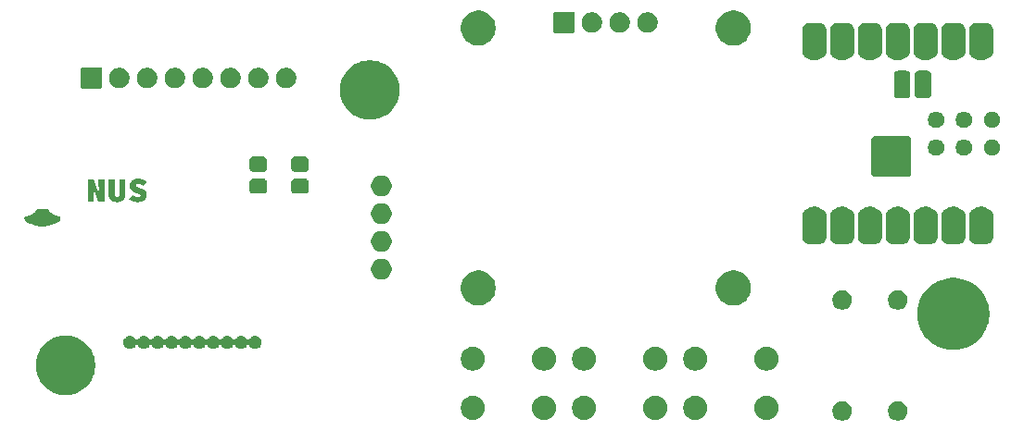
<source format=gbr>
%TF.GenerationSoftware,KiCad,Pcbnew,9.0.6*%
%TF.CreationDate,2025-12-26T01:47:04+08:00*%
%TF.ProjectId,hnr26-controller,686e7232-362d-4636-9f6e-74726f6c6c65,v0.0.6*%
%TF.SameCoordinates,Original*%
%TF.FileFunction,Soldermask,Top*%
%TF.FilePolarity,Negative*%
%FSLAX46Y46*%
G04 Gerber Fmt 4.6, Leading zero omitted, Abs format (unit mm)*
G04 Created by KiCad (PCBNEW 9.0.6) date 2025-12-26 01:47:04*
%MOMM*%
%LPD*%
G01*
G04 APERTURE LIST*
G04 APERTURE END LIST*
G36*
X79001256Y4671246D02*
G01*
X79164257Y4603729D01*
X79310954Y4505709D01*
X79435709Y4380954D01*
X79533729Y4234257D01*
X79601246Y4071256D01*
X79635666Y3898215D01*
X79635666Y3721785D01*
X79601246Y3548744D01*
X79533729Y3385743D01*
X79435709Y3239046D01*
X79310954Y3114291D01*
X79164257Y3016271D01*
X79001256Y2948754D01*
X78828215Y2914334D01*
X78651785Y2914334D01*
X78478744Y2948754D01*
X78315743Y3016271D01*
X78169046Y3114291D01*
X78044291Y3239046D01*
X77946271Y3385743D01*
X77878754Y3548744D01*
X77844334Y3721785D01*
X77844334Y3898215D01*
X77878754Y4071256D01*
X77946271Y4234257D01*
X78044291Y4380954D01*
X78169046Y4505709D01*
X78315743Y4603729D01*
X78478744Y4671246D01*
X78651785Y4705666D01*
X78828215Y4705666D01*
X79001256Y4671246D01*
G37*
G36*
X84081256Y4671246D02*
G01*
X84244257Y4603729D01*
X84390954Y4505709D01*
X84515709Y4380954D01*
X84613729Y4234257D01*
X84681246Y4071256D01*
X84715666Y3898215D01*
X84715666Y3721785D01*
X84681246Y3548744D01*
X84613729Y3385743D01*
X84515709Y3239046D01*
X84390954Y3114291D01*
X84244257Y3016271D01*
X84081256Y2948754D01*
X83908215Y2914334D01*
X83731785Y2914334D01*
X83558744Y2948754D01*
X83395743Y3016271D01*
X83249046Y3114291D01*
X83124291Y3239046D01*
X83026271Y3385743D01*
X82958754Y3548744D01*
X82924334Y3721785D01*
X82924334Y3898215D01*
X82958754Y4071256D01*
X83026271Y4234257D01*
X83124291Y4380954D01*
X83249046Y4505709D01*
X83395743Y4603729D01*
X83558744Y4671246D01*
X83731785Y4705666D01*
X83908215Y4705666D01*
X84081256Y4671246D01*
G37*
G36*
X45266790Y5169607D02*
G01*
X45430952Y5116267D01*
X45584748Y5037904D01*
X45724393Y4936447D01*
X45846447Y4814393D01*
X45947904Y4674748D01*
X46026267Y4520952D01*
X46079607Y4356790D01*
X46106609Y4186305D01*
X46106609Y4013695D01*
X46079607Y3843210D01*
X46026267Y3679048D01*
X45947904Y3525252D01*
X45846447Y3385607D01*
X45724393Y3263553D01*
X45584748Y3162096D01*
X45430952Y3083733D01*
X45266790Y3030393D01*
X45096305Y3003391D01*
X44923695Y3003391D01*
X44753210Y3030393D01*
X44589048Y3083733D01*
X44435252Y3162096D01*
X44295607Y3263553D01*
X44173553Y3385607D01*
X44072096Y3525252D01*
X43993733Y3679048D01*
X43940393Y3843210D01*
X43913391Y4013695D01*
X43913391Y4186305D01*
X43940393Y4356790D01*
X43993733Y4520952D01*
X44072096Y4674748D01*
X44173553Y4814393D01*
X44295607Y4936447D01*
X44435252Y5037904D01*
X44589048Y5116267D01*
X44753210Y5169607D01*
X44923695Y5196609D01*
X45096305Y5196609D01*
X45266790Y5169607D01*
G37*
G36*
X51766790Y5169607D02*
G01*
X51930952Y5116267D01*
X52084748Y5037904D01*
X52224393Y4936447D01*
X52346447Y4814393D01*
X52447904Y4674748D01*
X52526267Y4520952D01*
X52579607Y4356790D01*
X52606609Y4186305D01*
X52606609Y4013695D01*
X52579607Y3843210D01*
X52526267Y3679048D01*
X52447904Y3525252D01*
X52346447Y3385607D01*
X52224393Y3263553D01*
X52084748Y3162096D01*
X51930952Y3083733D01*
X51766790Y3030393D01*
X51596305Y3003391D01*
X51423695Y3003391D01*
X51253210Y3030393D01*
X51089048Y3083733D01*
X50935252Y3162096D01*
X50795607Y3263553D01*
X50673553Y3385607D01*
X50572096Y3525252D01*
X50493733Y3679048D01*
X50440393Y3843210D01*
X50413391Y4013695D01*
X50413391Y4186305D01*
X50440393Y4356790D01*
X50493733Y4520952D01*
X50572096Y4674748D01*
X50673553Y4814393D01*
X50795607Y4936447D01*
X50935252Y5037904D01*
X51089048Y5116267D01*
X51253210Y5169607D01*
X51423695Y5196609D01*
X51596305Y5196609D01*
X51766790Y5169607D01*
G37*
G36*
X55426790Y5169607D02*
G01*
X55590952Y5116267D01*
X55744748Y5037904D01*
X55884393Y4936447D01*
X56006447Y4814393D01*
X56107904Y4674748D01*
X56186267Y4520952D01*
X56239607Y4356790D01*
X56266609Y4186305D01*
X56266609Y4013695D01*
X56239607Y3843210D01*
X56186267Y3679048D01*
X56107904Y3525252D01*
X56006447Y3385607D01*
X55884393Y3263553D01*
X55744748Y3162096D01*
X55590952Y3083733D01*
X55426790Y3030393D01*
X55256305Y3003391D01*
X55083695Y3003391D01*
X54913210Y3030393D01*
X54749048Y3083733D01*
X54595252Y3162096D01*
X54455607Y3263553D01*
X54333553Y3385607D01*
X54232096Y3525252D01*
X54153733Y3679048D01*
X54100393Y3843210D01*
X54073391Y4013695D01*
X54073391Y4186305D01*
X54100393Y4356790D01*
X54153733Y4520952D01*
X54232096Y4674748D01*
X54333553Y4814393D01*
X54455607Y4936447D01*
X54595252Y5037904D01*
X54749048Y5116267D01*
X54913210Y5169607D01*
X55083695Y5196609D01*
X55256305Y5196609D01*
X55426790Y5169607D01*
G37*
G36*
X61926790Y5169607D02*
G01*
X62090952Y5116267D01*
X62244748Y5037904D01*
X62384393Y4936447D01*
X62506447Y4814393D01*
X62607904Y4674748D01*
X62686267Y4520952D01*
X62739607Y4356790D01*
X62766609Y4186305D01*
X62766609Y4013695D01*
X62739607Y3843210D01*
X62686267Y3679048D01*
X62607904Y3525252D01*
X62506447Y3385607D01*
X62384393Y3263553D01*
X62244748Y3162096D01*
X62090952Y3083733D01*
X61926790Y3030393D01*
X61756305Y3003391D01*
X61583695Y3003391D01*
X61413210Y3030393D01*
X61249048Y3083733D01*
X61095252Y3162096D01*
X60955607Y3263553D01*
X60833553Y3385607D01*
X60732096Y3525252D01*
X60653733Y3679048D01*
X60600393Y3843210D01*
X60573391Y4013695D01*
X60573391Y4186305D01*
X60600393Y4356790D01*
X60653733Y4520952D01*
X60732096Y4674748D01*
X60833553Y4814393D01*
X60955607Y4936447D01*
X61095252Y5037904D01*
X61249048Y5116267D01*
X61413210Y5169607D01*
X61583695Y5196609D01*
X61756305Y5196609D01*
X61926790Y5169607D01*
G37*
G36*
X65586790Y5169607D02*
G01*
X65750952Y5116267D01*
X65904748Y5037904D01*
X66044393Y4936447D01*
X66166447Y4814393D01*
X66267904Y4674748D01*
X66346267Y4520952D01*
X66399607Y4356790D01*
X66426609Y4186305D01*
X66426609Y4013695D01*
X66399607Y3843210D01*
X66346267Y3679048D01*
X66267904Y3525252D01*
X66166447Y3385607D01*
X66044393Y3263553D01*
X65904748Y3162096D01*
X65750952Y3083733D01*
X65586790Y3030393D01*
X65416305Y3003391D01*
X65243695Y3003391D01*
X65073210Y3030393D01*
X64909048Y3083733D01*
X64755252Y3162096D01*
X64615607Y3263553D01*
X64493553Y3385607D01*
X64392096Y3525252D01*
X64313733Y3679048D01*
X64260393Y3843210D01*
X64233391Y4013695D01*
X64233391Y4186305D01*
X64260393Y4356790D01*
X64313733Y4520952D01*
X64392096Y4674748D01*
X64493553Y4814393D01*
X64615607Y4936447D01*
X64755252Y5037904D01*
X64909048Y5116267D01*
X65073210Y5169607D01*
X65243695Y5196609D01*
X65416305Y5196609D01*
X65586790Y5169607D01*
G37*
G36*
X72086790Y5169607D02*
G01*
X72250952Y5116267D01*
X72404748Y5037904D01*
X72544393Y4936447D01*
X72666447Y4814393D01*
X72767904Y4674748D01*
X72846267Y4520952D01*
X72899607Y4356790D01*
X72926609Y4186305D01*
X72926609Y4013695D01*
X72899607Y3843210D01*
X72846267Y3679048D01*
X72767904Y3525252D01*
X72666447Y3385607D01*
X72544393Y3263553D01*
X72404748Y3162096D01*
X72250952Y3083733D01*
X72086790Y3030393D01*
X71916305Y3003391D01*
X71743695Y3003391D01*
X71573210Y3030393D01*
X71409048Y3083733D01*
X71255252Y3162096D01*
X71115607Y3263553D01*
X70993553Y3385607D01*
X70892096Y3525252D01*
X70813733Y3679048D01*
X70760393Y3843210D01*
X70733391Y4013695D01*
X70733391Y4186305D01*
X70760393Y4356790D01*
X70813733Y4520952D01*
X70892096Y4674748D01*
X70993553Y4814393D01*
X71115607Y4936447D01*
X71255252Y5037904D01*
X71409048Y5116267D01*
X71573210Y5169607D01*
X71743695Y5196609D01*
X71916305Y5196609D01*
X72086790Y5169607D01*
G37*
G36*
X8246454Y10676499D02*
G01*
X8544377Y10608500D01*
X8832812Y10507572D01*
X9108134Y10374984D01*
X9366879Y10212403D01*
X9605794Y10021875D01*
X9821875Y9805794D01*
X10012403Y9566879D01*
X10174984Y9308134D01*
X10307572Y9032812D01*
X10408500Y8744377D01*
X10476499Y8446454D01*
X10510713Y8142792D01*
X10510713Y7837208D01*
X10476499Y7533546D01*
X10408500Y7235623D01*
X10307572Y6947188D01*
X10174984Y6671866D01*
X10012403Y6413121D01*
X9821875Y6174206D01*
X9605794Y5958125D01*
X9366879Y5767597D01*
X9108134Y5605016D01*
X8832812Y5472428D01*
X8544377Y5371500D01*
X8246454Y5303501D01*
X7942792Y5269287D01*
X7637208Y5269287D01*
X7333546Y5303501D01*
X7035623Y5371500D01*
X6747188Y5472428D01*
X6471866Y5605016D01*
X6213121Y5767597D01*
X5974206Y5958125D01*
X5758125Y6174206D01*
X5567597Y6413121D01*
X5405016Y6671866D01*
X5272428Y6947188D01*
X5171500Y7235623D01*
X5103501Y7533546D01*
X5069287Y7837208D01*
X5069287Y8142792D01*
X5103501Y8446454D01*
X5171500Y8744377D01*
X5272428Y9032812D01*
X5405016Y9308134D01*
X5567597Y9566879D01*
X5758125Y9805794D01*
X5974206Y10021875D01*
X6213121Y10212403D01*
X6471866Y10374984D01*
X6747188Y10507572D01*
X7035623Y10608500D01*
X7333546Y10676499D01*
X7637208Y10710713D01*
X7942792Y10710713D01*
X8246454Y10676499D01*
G37*
G36*
X45266790Y9669607D02*
G01*
X45430952Y9616267D01*
X45584748Y9537904D01*
X45724393Y9436447D01*
X45846447Y9314393D01*
X45947904Y9174748D01*
X46026267Y9020952D01*
X46079607Y8856790D01*
X46106609Y8686305D01*
X46106609Y8513695D01*
X46079607Y8343210D01*
X46026267Y8179048D01*
X45947904Y8025252D01*
X45846447Y7885607D01*
X45724393Y7763553D01*
X45584748Y7662096D01*
X45430952Y7583733D01*
X45266790Y7530393D01*
X45096305Y7503391D01*
X44923695Y7503391D01*
X44753210Y7530393D01*
X44589048Y7583733D01*
X44435252Y7662096D01*
X44295607Y7763553D01*
X44173553Y7885607D01*
X44072096Y8025252D01*
X43993733Y8179048D01*
X43940393Y8343210D01*
X43913391Y8513695D01*
X43913391Y8686305D01*
X43940393Y8856790D01*
X43993733Y9020952D01*
X44072096Y9174748D01*
X44173553Y9314393D01*
X44295607Y9436447D01*
X44435252Y9537904D01*
X44589048Y9616267D01*
X44753210Y9669607D01*
X44923695Y9696609D01*
X45096305Y9696609D01*
X45266790Y9669607D01*
G37*
G36*
X51766790Y9669607D02*
G01*
X51930952Y9616267D01*
X52084748Y9537904D01*
X52224393Y9436447D01*
X52346447Y9314393D01*
X52447904Y9174748D01*
X52526267Y9020952D01*
X52579607Y8856790D01*
X52606609Y8686305D01*
X52606609Y8513695D01*
X52579607Y8343210D01*
X52526267Y8179048D01*
X52447904Y8025252D01*
X52346447Y7885607D01*
X52224393Y7763553D01*
X52084748Y7662096D01*
X51930952Y7583733D01*
X51766790Y7530393D01*
X51596305Y7503391D01*
X51423695Y7503391D01*
X51253210Y7530393D01*
X51089048Y7583733D01*
X50935252Y7662096D01*
X50795607Y7763553D01*
X50673553Y7885607D01*
X50572096Y8025252D01*
X50493733Y8179048D01*
X50440393Y8343210D01*
X50413391Y8513695D01*
X50413391Y8686305D01*
X50440393Y8856790D01*
X50493733Y9020952D01*
X50572096Y9174748D01*
X50673553Y9314393D01*
X50795607Y9436447D01*
X50935252Y9537904D01*
X51089048Y9616267D01*
X51253210Y9669607D01*
X51423695Y9696609D01*
X51596305Y9696609D01*
X51766790Y9669607D01*
G37*
G36*
X55426790Y9669607D02*
G01*
X55590952Y9616267D01*
X55744748Y9537904D01*
X55884393Y9436447D01*
X56006447Y9314393D01*
X56107904Y9174748D01*
X56186267Y9020952D01*
X56239607Y8856790D01*
X56266609Y8686305D01*
X56266609Y8513695D01*
X56239607Y8343210D01*
X56186267Y8179048D01*
X56107904Y8025252D01*
X56006447Y7885607D01*
X55884393Y7763553D01*
X55744748Y7662096D01*
X55590952Y7583733D01*
X55426790Y7530393D01*
X55256305Y7503391D01*
X55083695Y7503391D01*
X54913210Y7530393D01*
X54749048Y7583733D01*
X54595252Y7662096D01*
X54455607Y7763553D01*
X54333553Y7885607D01*
X54232096Y8025252D01*
X54153733Y8179048D01*
X54100393Y8343210D01*
X54073391Y8513695D01*
X54073391Y8686305D01*
X54100393Y8856790D01*
X54153733Y9020952D01*
X54232096Y9174748D01*
X54333553Y9314393D01*
X54455607Y9436447D01*
X54595252Y9537904D01*
X54749048Y9616267D01*
X54913210Y9669607D01*
X55083695Y9696609D01*
X55256305Y9696609D01*
X55426790Y9669607D01*
G37*
G36*
X61926790Y9669607D02*
G01*
X62090952Y9616267D01*
X62244748Y9537904D01*
X62384393Y9436447D01*
X62506447Y9314393D01*
X62607904Y9174748D01*
X62686267Y9020952D01*
X62739607Y8856790D01*
X62766609Y8686305D01*
X62766609Y8513695D01*
X62739607Y8343210D01*
X62686267Y8179048D01*
X62607904Y8025252D01*
X62506447Y7885607D01*
X62384393Y7763553D01*
X62244748Y7662096D01*
X62090952Y7583733D01*
X61926790Y7530393D01*
X61756305Y7503391D01*
X61583695Y7503391D01*
X61413210Y7530393D01*
X61249048Y7583733D01*
X61095252Y7662096D01*
X60955607Y7763553D01*
X60833553Y7885607D01*
X60732096Y8025252D01*
X60653733Y8179048D01*
X60600393Y8343210D01*
X60573391Y8513695D01*
X60573391Y8686305D01*
X60600393Y8856790D01*
X60653733Y9020952D01*
X60732096Y9174748D01*
X60833553Y9314393D01*
X60955607Y9436447D01*
X61095252Y9537904D01*
X61249048Y9616267D01*
X61413210Y9669607D01*
X61583695Y9696609D01*
X61756305Y9696609D01*
X61926790Y9669607D01*
G37*
G36*
X65586790Y9669607D02*
G01*
X65750952Y9616267D01*
X65904748Y9537904D01*
X66044393Y9436447D01*
X66166447Y9314393D01*
X66267904Y9174748D01*
X66346267Y9020952D01*
X66399607Y8856790D01*
X66426609Y8686305D01*
X66426609Y8513695D01*
X66399607Y8343210D01*
X66346267Y8179048D01*
X66267904Y8025252D01*
X66166447Y7885607D01*
X66044393Y7763553D01*
X65904748Y7662096D01*
X65750952Y7583733D01*
X65586790Y7530393D01*
X65416305Y7503391D01*
X65243695Y7503391D01*
X65073210Y7530393D01*
X64909048Y7583733D01*
X64755252Y7662096D01*
X64615607Y7763553D01*
X64493553Y7885607D01*
X64392096Y8025252D01*
X64313733Y8179048D01*
X64260393Y8343210D01*
X64233391Y8513695D01*
X64233391Y8686305D01*
X64260393Y8856790D01*
X64313733Y9020952D01*
X64392096Y9174748D01*
X64493553Y9314393D01*
X64615607Y9436447D01*
X64755252Y9537904D01*
X64909048Y9616267D01*
X65073210Y9669607D01*
X65243695Y9696609D01*
X65416305Y9696609D01*
X65586790Y9669607D01*
G37*
G36*
X72086790Y9669607D02*
G01*
X72250952Y9616267D01*
X72404748Y9537904D01*
X72544393Y9436447D01*
X72666447Y9314393D01*
X72767904Y9174748D01*
X72846267Y9020952D01*
X72899607Y8856790D01*
X72926609Y8686305D01*
X72926609Y8513695D01*
X72899607Y8343210D01*
X72846267Y8179048D01*
X72767904Y8025252D01*
X72666447Y7885607D01*
X72544393Y7763553D01*
X72404748Y7662096D01*
X72250952Y7583733D01*
X72086790Y7530393D01*
X71916305Y7503391D01*
X71743695Y7503391D01*
X71573210Y7530393D01*
X71409048Y7583733D01*
X71255252Y7662096D01*
X71115607Y7763553D01*
X70993553Y7885607D01*
X70892096Y8025252D01*
X70813733Y8179048D01*
X70760393Y8343210D01*
X70733391Y8513695D01*
X70733391Y8686305D01*
X70760393Y8856790D01*
X70813733Y9020952D01*
X70892096Y9174748D01*
X70993553Y9314393D01*
X71115607Y9436447D01*
X71255252Y9537904D01*
X71409048Y9616267D01*
X71573210Y9669607D01*
X71743695Y9696609D01*
X71916305Y9696609D01*
X72086790Y9669607D01*
G37*
G36*
X89384211Y15964282D02*
G01*
X89701835Y15901103D01*
X90011737Y15807095D01*
X90310932Y15683165D01*
X90596539Y15530504D01*
X90865808Y15350585D01*
X91116145Y15145139D01*
X91345139Y14916145D01*
X91550585Y14665808D01*
X91730504Y14396539D01*
X91883165Y14110932D01*
X92007095Y13811737D01*
X92101103Y13501835D01*
X92164282Y13184211D01*
X92196025Y12861923D01*
X92196025Y12538077D01*
X92164282Y12215789D01*
X92101103Y11898165D01*
X92007095Y11588263D01*
X91883165Y11289068D01*
X91730504Y11003461D01*
X91550585Y10734192D01*
X91345139Y10483855D01*
X91116145Y10254861D01*
X90865808Y10049415D01*
X90596539Y9869496D01*
X90310932Y9716835D01*
X90011737Y9592905D01*
X89701835Y9498897D01*
X89384211Y9435718D01*
X89061923Y9403975D01*
X88738077Y9403975D01*
X88415789Y9435718D01*
X88098165Y9498897D01*
X87788263Y9592905D01*
X87489068Y9716835D01*
X87203461Y9869496D01*
X86934192Y10049415D01*
X86683855Y10254861D01*
X86454861Y10483855D01*
X86249415Y10734192D01*
X86069496Y11003461D01*
X85916835Y11289068D01*
X85792905Y11588263D01*
X85698897Y11898165D01*
X85635718Y12215789D01*
X85603975Y12538077D01*
X85603975Y12861923D01*
X85635718Y13184211D01*
X85698897Y13501835D01*
X85792905Y13811737D01*
X85916835Y14110932D01*
X86069496Y14396539D01*
X86249415Y14665808D01*
X86454861Y14916145D01*
X86683855Y15145139D01*
X86934192Y15350585D01*
X87203461Y15530504D01*
X87489068Y15683165D01*
X87788263Y15807095D01*
X88098165Y15901103D01*
X88415789Y15964282D01*
X88738077Y15996025D01*
X89061923Y15996025D01*
X89384211Y15964282D01*
G37*
G36*
X13728858Y10684867D02*
G01*
X13738316Y10684867D01*
X13765563Y10677567D01*
X13834099Y10663934D01*
X13866448Y10650535D01*
X13889610Y10644328D01*
X13910377Y10632338D01*
X13942722Y10618940D01*
X14000816Y10580123D01*
X14025257Y10566012D01*
X14031946Y10559323D01*
X14040481Y10553620D01*
X14123619Y10470482D01*
X14129321Y10461948D01*
X14136012Y10455257D01*
X14150124Y10430814D01*
X14188939Y10372723D01*
X14202335Y10340382D01*
X14214328Y10319610D01*
X14220535Y10296445D01*
X14233933Y10264100D01*
X14247564Y10195569D01*
X14254867Y10168316D01*
X14254867Y10163382D01*
X14335133Y10163382D01*
X14335133Y10168316D01*
X14342434Y10195564D01*
X14356066Y10264100D01*
X14369466Y10296452D01*
X14375672Y10319610D01*
X14387660Y10340376D01*
X14401060Y10372723D01*
X14439881Y10430825D01*
X14453988Y10455257D01*
X14460675Y10461945D01*
X14466380Y10470482D01*
X14549518Y10553620D01*
X14558055Y10559325D01*
X14564743Y10566012D01*
X14589175Y10580119D01*
X14647277Y10618940D01*
X14679624Y10632340D01*
X14700390Y10644328D01*
X14723548Y10650534D01*
X14755900Y10663934D01*
X14824437Y10677567D01*
X14851684Y10684867D01*
X14861142Y10684867D01*
X14871212Y10686870D01*
X14988788Y10686870D01*
X14998858Y10684867D01*
X15008316Y10684867D01*
X15035563Y10677567D01*
X15104099Y10663934D01*
X15136448Y10650535D01*
X15159610Y10644328D01*
X15180377Y10632338D01*
X15212722Y10618940D01*
X15270816Y10580123D01*
X15295257Y10566012D01*
X15301946Y10559323D01*
X15310481Y10553620D01*
X15393619Y10470482D01*
X15399321Y10461948D01*
X15406012Y10455257D01*
X15420124Y10430814D01*
X15458939Y10372723D01*
X15472335Y10340382D01*
X15484328Y10319610D01*
X15490535Y10296445D01*
X15503933Y10264100D01*
X15517564Y10195569D01*
X15524867Y10168316D01*
X15524867Y10163382D01*
X15605133Y10163382D01*
X15605133Y10168316D01*
X15612434Y10195564D01*
X15626066Y10264100D01*
X15639466Y10296452D01*
X15645672Y10319610D01*
X15657660Y10340376D01*
X15671060Y10372723D01*
X15709881Y10430825D01*
X15723988Y10455257D01*
X15730675Y10461945D01*
X15736380Y10470482D01*
X15819518Y10553620D01*
X15828055Y10559325D01*
X15834743Y10566012D01*
X15859175Y10580119D01*
X15917277Y10618940D01*
X15949624Y10632340D01*
X15970390Y10644328D01*
X15993548Y10650534D01*
X16025900Y10663934D01*
X16094437Y10677567D01*
X16121684Y10684867D01*
X16131142Y10684867D01*
X16141212Y10686870D01*
X16258788Y10686870D01*
X16268858Y10684867D01*
X16278316Y10684867D01*
X16305563Y10677567D01*
X16374099Y10663934D01*
X16406448Y10650535D01*
X16429610Y10644328D01*
X16450377Y10632338D01*
X16482722Y10618940D01*
X16540816Y10580123D01*
X16565257Y10566012D01*
X16571946Y10559323D01*
X16580481Y10553620D01*
X16663619Y10470482D01*
X16669321Y10461948D01*
X16676012Y10455257D01*
X16690124Y10430814D01*
X16728939Y10372723D01*
X16742335Y10340382D01*
X16754328Y10319610D01*
X16760535Y10296445D01*
X16773933Y10264100D01*
X16787564Y10195569D01*
X16794867Y10168316D01*
X16794867Y10163382D01*
X16875133Y10163382D01*
X16875133Y10168316D01*
X16882434Y10195564D01*
X16896066Y10264100D01*
X16909466Y10296452D01*
X16915672Y10319610D01*
X16927660Y10340376D01*
X16941060Y10372723D01*
X16979881Y10430825D01*
X16993988Y10455257D01*
X17000675Y10461945D01*
X17006380Y10470482D01*
X17089518Y10553620D01*
X17098055Y10559325D01*
X17104743Y10566012D01*
X17129175Y10580119D01*
X17187277Y10618940D01*
X17219624Y10632340D01*
X17240390Y10644328D01*
X17263548Y10650534D01*
X17295900Y10663934D01*
X17364437Y10677567D01*
X17391684Y10684867D01*
X17401142Y10684867D01*
X17411212Y10686870D01*
X17528788Y10686870D01*
X17538858Y10684867D01*
X17548316Y10684867D01*
X17575563Y10677567D01*
X17644099Y10663934D01*
X17676448Y10650535D01*
X17699610Y10644328D01*
X17720377Y10632338D01*
X17752722Y10618940D01*
X17810816Y10580123D01*
X17835257Y10566012D01*
X17841946Y10559323D01*
X17850481Y10553620D01*
X17933619Y10470482D01*
X17939321Y10461948D01*
X17946012Y10455257D01*
X17960124Y10430814D01*
X17998939Y10372723D01*
X18012335Y10340382D01*
X18024328Y10319610D01*
X18030535Y10296445D01*
X18043933Y10264100D01*
X18057564Y10195569D01*
X18064867Y10168316D01*
X18064867Y10163382D01*
X18145133Y10163382D01*
X18145133Y10168316D01*
X18152434Y10195564D01*
X18166066Y10264100D01*
X18179466Y10296452D01*
X18185672Y10319610D01*
X18197660Y10340376D01*
X18211060Y10372723D01*
X18249881Y10430825D01*
X18263988Y10455257D01*
X18270675Y10461945D01*
X18276380Y10470482D01*
X18359518Y10553620D01*
X18368055Y10559325D01*
X18374743Y10566012D01*
X18399175Y10580119D01*
X18457277Y10618940D01*
X18489624Y10632340D01*
X18510390Y10644328D01*
X18533548Y10650534D01*
X18565900Y10663934D01*
X18634437Y10677567D01*
X18661684Y10684867D01*
X18671142Y10684867D01*
X18681212Y10686870D01*
X18798788Y10686870D01*
X18808858Y10684867D01*
X18818316Y10684867D01*
X18845563Y10677567D01*
X18914099Y10663934D01*
X18946448Y10650535D01*
X18969610Y10644328D01*
X18990377Y10632338D01*
X19022722Y10618940D01*
X19080816Y10580123D01*
X19105257Y10566012D01*
X19111946Y10559323D01*
X19120481Y10553620D01*
X19203619Y10470482D01*
X19209321Y10461948D01*
X19216012Y10455257D01*
X19230124Y10430814D01*
X19268939Y10372723D01*
X19282335Y10340382D01*
X19294328Y10319610D01*
X19300535Y10296445D01*
X19313933Y10264100D01*
X19327564Y10195569D01*
X19334867Y10168316D01*
X19334867Y10163382D01*
X19415133Y10163382D01*
X19415133Y10168316D01*
X19422434Y10195564D01*
X19436066Y10264100D01*
X19449466Y10296452D01*
X19455672Y10319610D01*
X19467660Y10340376D01*
X19481060Y10372723D01*
X19519881Y10430825D01*
X19533988Y10455257D01*
X19540675Y10461945D01*
X19546380Y10470482D01*
X19629518Y10553620D01*
X19638055Y10559325D01*
X19644743Y10566012D01*
X19669175Y10580119D01*
X19727277Y10618940D01*
X19759624Y10632340D01*
X19780390Y10644328D01*
X19803548Y10650534D01*
X19835900Y10663934D01*
X19904437Y10677567D01*
X19931684Y10684867D01*
X19941142Y10684867D01*
X19951212Y10686870D01*
X20068788Y10686870D01*
X20078858Y10684867D01*
X20088316Y10684867D01*
X20115563Y10677567D01*
X20184099Y10663934D01*
X20216448Y10650535D01*
X20239610Y10644328D01*
X20260377Y10632338D01*
X20292722Y10618940D01*
X20350816Y10580123D01*
X20375257Y10566012D01*
X20381946Y10559323D01*
X20390481Y10553620D01*
X20473619Y10470482D01*
X20479321Y10461948D01*
X20486012Y10455257D01*
X20500124Y10430814D01*
X20538939Y10372723D01*
X20552335Y10340382D01*
X20564328Y10319610D01*
X20570535Y10296445D01*
X20583933Y10264100D01*
X20597564Y10195569D01*
X20604867Y10168316D01*
X20604867Y10163382D01*
X20685133Y10163382D01*
X20685133Y10168316D01*
X20692434Y10195564D01*
X20706066Y10264100D01*
X20719466Y10296452D01*
X20725672Y10319610D01*
X20737660Y10340376D01*
X20751060Y10372723D01*
X20789881Y10430825D01*
X20803988Y10455257D01*
X20810675Y10461945D01*
X20816380Y10470482D01*
X20899518Y10553620D01*
X20908055Y10559325D01*
X20914743Y10566012D01*
X20939175Y10580119D01*
X20997277Y10618940D01*
X21029624Y10632340D01*
X21050390Y10644328D01*
X21073548Y10650534D01*
X21105900Y10663934D01*
X21174437Y10677567D01*
X21201684Y10684867D01*
X21211142Y10684867D01*
X21221212Y10686870D01*
X21338788Y10686870D01*
X21348858Y10684867D01*
X21358316Y10684867D01*
X21385563Y10677567D01*
X21454099Y10663934D01*
X21486448Y10650535D01*
X21509610Y10644328D01*
X21530377Y10632338D01*
X21562722Y10618940D01*
X21620816Y10580123D01*
X21645257Y10566012D01*
X21651946Y10559323D01*
X21660481Y10553620D01*
X21743619Y10470482D01*
X21749321Y10461948D01*
X21756012Y10455257D01*
X21770124Y10430814D01*
X21808939Y10372723D01*
X21822335Y10340382D01*
X21834328Y10319610D01*
X21840535Y10296445D01*
X21853933Y10264100D01*
X21867564Y10195569D01*
X21874867Y10168316D01*
X21874867Y10163382D01*
X21955133Y10163382D01*
X21955133Y10168316D01*
X21962434Y10195564D01*
X21976066Y10264100D01*
X21989466Y10296452D01*
X21995672Y10319610D01*
X22007660Y10340376D01*
X22021060Y10372723D01*
X22059881Y10430825D01*
X22073988Y10455257D01*
X22080675Y10461945D01*
X22086380Y10470482D01*
X22169518Y10553620D01*
X22178055Y10559325D01*
X22184743Y10566012D01*
X22209175Y10580119D01*
X22267277Y10618940D01*
X22299624Y10632340D01*
X22320390Y10644328D01*
X22343548Y10650534D01*
X22375900Y10663934D01*
X22444437Y10677567D01*
X22471684Y10684867D01*
X22481142Y10684867D01*
X22491212Y10686870D01*
X22608788Y10686870D01*
X22618858Y10684867D01*
X22628316Y10684867D01*
X22655563Y10677567D01*
X22724099Y10663934D01*
X22756448Y10650535D01*
X22779610Y10644328D01*
X22800377Y10632338D01*
X22832722Y10618940D01*
X22890816Y10580123D01*
X22915257Y10566012D01*
X22921946Y10559323D01*
X22930481Y10553620D01*
X23013619Y10470482D01*
X23019321Y10461948D01*
X23026012Y10455257D01*
X23040124Y10430814D01*
X23078939Y10372723D01*
X23092335Y10340382D01*
X23104328Y10319610D01*
X23110535Y10296445D01*
X23123933Y10264100D01*
X23137564Y10195569D01*
X23144867Y10168316D01*
X23144867Y10163382D01*
X23225133Y10163382D01*
X23225133Y10168316D01*
X23232434Y10195564D01*
X23246066Y10264100D01*
X23259466Y10296452D01*
X23265672Y10319610D01*
X23277660Y10340376D01*
X23291060Y10372723D01*
X23329881Y10430825D01*
X23343988Y10455257D01*
X23350675Y10461945D01*
X23356380Y10470482D01*
X23439518Y10553620D01*
X23448055Y10559325D01*
X23454743Y10566012D01*
X23479175Y10580119D01*
X23537277Y10618940D01*
X23569624Y10632340D01*
X23590390Y10644328D01*
X23613548Y10650534D01*
X23645900Y10663934D01*
X23714437Y10677567D01*
X23741684Y10684867D01*
X23751142Y10684867D01*
X23761212Y10686870D01*
X23878788Y10686870D01*
X23888858Y10684867D01*
X23898316Y10684867D01*
X23925563Y10677567D01*
X23994099Y10663934D01*
X24026448Y10650535D01*
X24049610Y10644328D01*
X24070377Y10632338D01*
X24102722Y10618940D01*
X24160816Y10580123D01*
X24185257Y10566012D01*
X24191946Y10559323D01*
X24200481Y10553620D01*
X24283619Y10470482D01*
X24289321Y10461948D01*
X24296012Y10455257D01*
X24310124Y10430814D01*
X24348939Y10372723D01*
X24362335Y10340382D01*
X24374328Y10319610D01*
X24380535Y10296445D01*
X24393933Y10264100D01*
X24407564Y10195569D01*
X24414867Y10168316D01*
X24414867Y10163382D01*
X24495133Y10163382D01*
X24495133Y10168316D01*
X24502434Y10195564D01*
X24516066Y10264100D01*
X24529466Y10296452D01*
X24535672Y10319610D01*
X24547660Y10340376D01*
X24561060Y10372723D01*
X24599881Y10430825D01*
X24613988Y10455257D01*
X24620675Y10461945D01*
X24626380Y10470482D01*
X24709518Y10553620D01*
X24718055Y10559325D01*
X24724743Y10566012D01*
X24749175Y10580119D01*
X24807277Y10618940D01*
X24839624Y10632340D01*
X24860390Y10644328D01*
X24883548Y10650534D01*
X24915900Y10663934D01*
X24984437Y10677567D01*
X25011684Y10684867D01*
X25021142Y10684867D01*
X25031212Y10686870D01*
X25148788Y10686870D01*
X25158858Y10684867D01*
X25168316Y10684867D01*
X25195563Y10677567D01*
X25264099Y10663934D01*
X25296448Y10650535D01*
X25319610Y10644328D01*
X25340377Y10632338D01*
X25372722Y10618940D01*
X25430816Y10580123D01*
X25455257Y10566012D01*
X25461946Y10559323D01*
X25470481Y10553620D01*
X25553619Y10470482D01*
X25559321Y10461948D01*
X25566012Y10455257D01*
X25580124Y10430814D01*
X25618939Y10372723D01*
X25632335Y10340382D01*
X25644328Y10319610D01*
X25650535Y10296445D01*
X25663933Y10264100D01*
X25677565Y10195567D01*
X25684867Y10168316D01*
X25684867Y10158859D01*
X25686870Y10148789D01*
X25686870Y10031212D01*
X25684867Y10021143D01*
X25684867Y10011684D01*
X25677564Y9984431D01*
X25663933Y9915901D01*
X25650535Y9883559D01*
X25644328Y9860390D01*
X25632334Y9839617D01*
X25618939Y9807278D01*
X25580128Y9749195D01*
X25566012Y9724743D01*
X25559319Y9718051D01*
X25553619Y9709519D01*
X25470481Y9626381D01*
X25461949Y9620681D01*
X25455257Y9613988D01*
X25430805Y9599872D01*
X25372722Y9561061D01*
X25340383Y9547666D01*
X25319610Y9535672D01*
X25296441Y9529465D01*
X25264099Y9516067D01*
X25195569Y9502436D01*
X25168316Y9495133D01*
X25158858Y9495133D01*
X25148788Y9493130D01*
X25031212Y9493130D01*
X25021142Y9495133D01*
X25011684Y9495133D01*
X24984432Y9502436D01*
X24915900Y9516067D01*
X24883555Y9529465D01*
X24860390Y9535672D01*
X24839618Y9547665D01*
X24807277Y9561061D01*
X24749186Y9599876D01*
X24724743Y9613988D01*
X24718052Y9620679D01*
X24709518Y9626381D01*
X24626380Y9709519D01*
X24620677Y9718054D01*
X24613988Y9724743D01*
X24599877Y9749184D01*
X24561060Y9807278D01*
X24547662Y9839623D01*
X24535672Y9860390D01*
X24529465Y9883552D01*
X24516066Y9915901D01*
X24502434Y9984434D01*
X24495133Y10011684D01*
X24495133Y10016619D01*
X24414867Y10016619D01*
X24414867Y10011684D01*
X24407563Y9984429D01*
X24393933Y9915901D01*
X24380535Y9883559D01*
X24374328Y9860390D01*
X24362334Y9839617D01*
X24348939Y9807278D01*
X24310128Y9749195D01*
X24296012Y9724743D01*
X24289319Y9718051D01*
X24283619Y9709519D01*
X24200481Y9626381D01*
X24191949Y9620681D01*
X24185257Y9613988D01*
X24160805Y9599872D01*
X24102722Y9561061D01*
X24070383Y9547666D01*
X24049610Y9535672D01*
X24026441Y9529465D01*
X23994099Y9516067D01*
X23925569Y9502436D01*
X23898316Y9495133D01*
X23888858Y9495133D01*
X23878788Y9493130D01*
X23761212Y9493130D01*
X23751142Y9495133D01*
X23741684Y9495133D01*
X23714432Y9502436D01*
X23645900Y9516067D01*
X23613555Y9529465D01*
X23590390Y9535672D01*
X23569618Y9547665D01*
X23537277Y9561061D01*
X23479186Y9599876D01*
X23454743Y9613988D01*
X23448052Y9620679D01*
X23439518Y9626381D01*
X23356380Y9709519D01*
X23350677Y9718054D01*
X23343988Y9724743D01*
X23329877Y9749184D01*
X23291060Y9807278D01*
X23277662Y9839623D01*
X23265672Y9860390D01*
X23259465Y9883552D01*
X23246066Y9915901D01*
X23232434Y9984434D01*
X23225133Y10011684D01*
X23225133Y10016619D01*
X23144867Y10016619D01*
X23144867Y10011684D01*
X23137563Y9984429D01*
X23123933Y9915901D01*
X23110535Y9883559D01*
X23104328Y9860390D01*
X23092334Y9839617D01*
X23078939Y9807278D01*
X23040128Y9749195D01*
X23026012Y9724743D01*
X23019319Y9718051D01*
X23013619Y9709519D01*
X22930481Y9626381D01*
X22921949Y9620681D01*
X22915257Y9613988D01*
X22890805Y9599872D01*
X22832722Y9561061D01*
X22800383Y9547666D01*
X22779610Y9535672D01*
X22756441Y9529465D01*
X22724099Y9516067D01*
X22655569Y9502436D01*
X22628316Y9495133D01*
X22618858Y9495133D01*
X22608788Y9493130D01*
X22491212Y9493130D01*
X22481142Y9495133D01*
X22471684Y9495133D01*
X22444432Y9502436D01*
X22375900Y9516067D01*
X22343555Y9529465D01*
X22320390Y9535672D01*
X22299618Y9547665D01*
X22267277Y9561061D01*
X22209186Y9599876D01*
X22184743Y9613988D01*
X22178052Y9620679D01*
X22169518Y9626381D01*
X22086380Y9709519D01*
X22080677Y9718054D01*
X22073988Y9724743D01*
X22059877Y9749184D01*
X22021060Y9807278D01*
X22007662Y9839623D01*
X21995672Y9860390D01*
X21989465Y9883552D01*
X21976066Y9915901D01*
X21962434Y9984434D01*
X21955133Y10011684D01*
X21955133Y10016619D01*
X21874867Y10016619D01*
X21874867Y10011684D01*
X21867563Y9984429D01*
X21853933Y9915901D01*
X21840535Y9883559D01*
X21834328Y9860390D01*
X21822334Y9839617D01*
X21808939Y9807278D01*
X21770128Y9749195D01*
X21756012Y9724743D01*
X21749319Y9718051D01*
X21743619Y9709519D01*
X21660481Y9626381D01*
X21651949Y9620681D01*
X21645257Y9613988D01*
X21620805Y9599872D01*
X21562722Y9561061D01*
X21530383Y9547666D01*
X21509610Y9535672D01*
X21486441Y9529465D01*
X21454099Y9516067D01*
X21385569Y9502436D01*
X21358316Y9495133D01*
X21348858Y9495133D01*
X21338788Y9493130D01*
X21221212Y9493130D01*
X21211142Y9495133D01*
X21201684Y9495133D01*
X21174432Y9502436D01*
X21105900Y9516067D01*
X21073555Y9529465D01*
X21050390Y9535672D01*
X21029618Y9547665D01*
X20997277Y9561061D01*
X20939186Y9599876D01*
X20914743Y9613988D01*
X20908052Y9620679D01*
X20899518Y9626381D01*
X20816380Y9709519D01*
X20810677Y9718054D01*
X20803988Y9724743D01*
X20789877Y9749184D01*
X20751060Y9807278D01*
X20737662Y9839623D01*
X20725672Y9860390D01*
X20719465Y9883552D01*
X20706066Y9915901D01*
X20692434Y9984434D01*
X20685133Y10011684D01*
X20685133Y10016619D01*
X20604867Y10016619D01*
X20604867Y10011684D01*
X20597563Y9984429D01*
X20583933Y9915901D01*
X20570535Y9883559D01*
X20564328Y9860390D01*
X20552334Y9839617D01*
X20538939Y9807278D01*
X20500128Y9749195D01*
X20486012Y9724743D01*
X20479319Y9718051D01*
X20473619Y9709519D01*
X20390481Y9626381D01*
X20381949Y9620681D01*
X20375257Y9613988D01*
X20350805Y9599872D01*
X20292722Y9561061D01*
X20260383Y9547666D01*
X20239610Y9535672D01*
X20216441Y9529465D01*
X20184099Y9516067D01*
X20115569Y9502436D01*
X20088316Y9495133D01*
X20078858Y9495133D01*
X20068788Y9493130D01*
X19951212Y9493130D01*
X19941142Y9495133D01*
X19931684Y9495133D01*
X19904432Y9502436D01*
X19835900Y9516067D01*
X19803555Y9529465D01*
X19780390Y9535672D01*
X19759618Y9547665D01*
X19727277Y9561061D01*
X19669186Y9599876D01*
X19644743Y9613988D01*
X19638052Y9620679D01*
X19629518Y9626381D01*
X19546380Y9709519D01*
X19540677Y9718054D01*
X19533988Y9724743D01*
X19519877Y9749184D01*
X19481060Y9807278D01*
X19467662Y9839623D01*
X19455672Y9860390D01*
X19449465Y9883552D01*
X19436066Y9915901D01*
X19422434Y9984434D01*
X19415133Y10011684D01*
X19415133Y10016619D01*
X19334867Y10016619D01*
X19334867Y10011684D01*
X19327563Y9984429D01*
X19313933Y9915901D01*
X19300535Y9883559D01*
X19294328Y9860390D01*
X19282334Y9839617D01*
X19268939Y9807278D01*
X19230128Y9749195D01*
X19216012Y9724743D01*
X19209319Y9718051D01*
X19203619Y9709519D01*
X19120481Y9626381D01*
X19111949Y9620681D01*
X19105257Y9613988D01*
X19080805Y9599872D01*
X19022722Y9561061D01*
X18990383Y9547666D01*
X18969610Y9535672D01*
X18946441Y9529465D01*
X18914099Y9516067D01*
X18845569Y9502436D01*
X18818316Y9495133D01*
X18808858Y9495133D01*
X18798788Y9493130D01*
X18681212Y9493130D01*
X18671142Y9495133D01*
X18661684Y9495133D01*
X18634432Y9502436D01*
X18565900Y9516067D01*
X18533555Y9529465D01*
X18510390Y9535672D01*
X18489618Y9547665D01*
X18457277Y9561061D01*
X18399186Y9599876D01*
X18374743Y9613988D01*
X18368052Y9620679D01*
X18359518Y9626381D01*
X18276380Y9709519D01*
X18270677Y9718054D01*
X18263988Y9724743D01*
X18249877Y9749184D01*
X18211060Y9807278D01*
X18197662Y9839623D01*
X18185672Y9860390D01*
X18179465Y9883552D01*
X18166066Y9915901D01*
X18152434Y9984434D01*
X18145133Y10011684D01*
X18145133Y10016619D01*
X18064867Y10016619D01*
X18064867Y10011684D01*
X18057563Y9984429D01*
X18043933Y9915901D01*
X18030535Y9883559D01*
X18024328Y9860390D01*
X18012334Y9839617D01*
X17998939Y9807278D01*
X17960128Y9749195D01*
X17946012Y9724743D01*
X17939319Y9718051D01*
X17933619Y9709519D01*
X17850481Y9626381D01*
X17841949Y9620681D01*
X17835257Y9613988D01*
X17810805Y9599872D01*
X17752722Y9561061D01*
X17720383Y9547666D01*
X17699610Y9535672D01*
X17676441Y9529465D01*
X17644099Y9516067D01*
X17575569Y9502436D01*
X17548316Y9495133D01*
X17538858Y9495133D01*
X17528788Y9493130D01*
X17411212Y9493130D01*
X17401142Y9495133D01*
X17391684Y9495133D01*
X17364432Y9502436D01*
X17295900Y9516067D01*
X17263555Y9529465D01*
X17240390Y9535672D01*
X17219618Y9547665D01*
X17187277Y9561061D01*
X17129186Y9599876D01*
X17104743Y9613988D01*
X17098052Y9620679D01*
X17089518Y9626381D01*
X17006380Y9709519D01*
X17000677Y9718054D01*
X16993988Y9724743D01*
X16979877Y9749184D01*
X16941060Y9807278D01*
X16927662Y9839623D01*
X16915672Y9860390D01*
X16909465Y9883552D01*
X16896066Y9915901D01*
X16882434Y9984434D01*
X16875133Y10011684D01*
X16875133Y10016619D01*
X16794867Y10016619D01*
X16794867Y10011684D01*
X16787563Y9984429D01*
X16773933Y9915901D01*
X16760535Y9883559D01*
X16754328Y9860390D01*
X16742334Y9839617D01*
X16728939Y9807278D01*
X16690128Y9749195D01*
X16676012Y9724743D01*
X16669319Y9718051D01*
X16663619Y9709519D01*
X16580481Y9626381D01*
X16571949Y9620681D01*
X16565257Y9613988D01*
X16540805Y9599872D01*
X16482722Y9561061D01*
X16450383Y9547666D01*
X16429610Y9535672D01*
X16406441Y9529465D01*
X16374099Y9516067D01*
X16305569Y9502436D01*
X16278316Y9495133D01*
X16268858Y9495133D01*
X16258788Y9493130D01*
X16141212Y9493130D01*
X16131142Y9495133D01*
X16121684Y9495133D01*
X16094432Y9502436D01*
X16025900Y9516067D01*
X15993555Y9529465D01*
X15970390Y9535672D01*
X15949618Y9547665D01*
X15917277Y9561061D01*
X15859186Y9599876D01*
X15834743Y9613988D01*
X15828052Y9620679D01*
X15819518Y9626381D01*
X15736380Y9709519D01*
X15730677Y9718054D01*
X15723988Y9724743D01*
X15709877Y9749184D01*
X15671060Y9807278D01*
X15657662Y9839623D01*
X15645672Y9860390D01*
X15639465Y9883552D01*
X15626066Y9915901D01*
X15612434Y9984434D01*
X15605133Y10011684D01*
X15605133Y10016619D01*
X15524867Y10016619D01*
X15524867Y10011684D01*
X15517563Y9984429D01*
X15503933Y9915901D01*
X15490535Y9883559D01*
X15484328Y9860390D01*
X15472334Y9839617D01*
X15458939Y9807278D01*
X15420128Y9749195D01*
X15406012Y9724743D01*
X15399319Y9718051D01*
X15393619Y9709519D01*
X15310481Y9626381D01*
X15301949Y9620681D01*
X15295257Y9613988D01*
X15270805Y9599872D01*
X15212722Y9561061D01*
X15180383Y9547666D01*
X15159610Y9535672D01*
X15136441Y9529465D01*
X15104099Y9516067D01*
X15035569Y9502436D01*
X15008316Y9495133D01*
X14998858Y9495133D01*
X14988788Y9493130D01*
X14871212Y9493130D01*
X14861142Y9495133D01*
X14851684Y9495133D01*
X14824432Y9502436D01*
X14755900Y9516067D01*
X14723555Y9529465D01*
X14700390Y9535672D01*
X14679618Y9547665D01*
X14647277Y9561061D01*
X14589186Y9599876D01*
X14564743Y9613988D01*
X14558052Y9620679D01*
X14549518Y9626381D01*
X14466380Y9709519D01*
X14460677Y9718054D01*
X14453988Y9724743D01*
X14439877Y9749184D01*
X14401060Y9807278D01*
X14387662Y9839623D01*
X14375672Y9860390D01*
X14369465Y9883552D01*
X14356066Y9915901D01*
X14342434Y9984434D01*
X14335133Y10011684D01*
X14335133Y10016619D01*
X14254867Y10016619D01*
X14254867Y10011684D01*
X14247563Y9984429D01*
X14233933Y9915901D01*
X14220535Y9883559D01*
X14214328Y9860390D01*
X14202334Y9839617D01*
X14188939Y9807278D01*
X14150128Y9749195D01*
X14136012Y9724743D01*
X14129319Y9718051D01*
X14123619Y9709519D01*
X14040481Y9626381D01*
X14031949Y9620681D01*
X14025257Y9613988D01*
X14000805Y9599872D01*
X13942722Y9561061D01*
X13910383Y9547666D01*
X13889610Y9535672D01*
X13866441Y9529465D01*
X13834099Y9516067D01*
X13765569Y9502436D01*
X13738316Y9495133D01*
X13728858Y9495133D01*
X13718788Y9493130D01*
X13601212Y9493130D01*
X13591142Y9495133D01*
X13581684Y9495133D01*
X13554432Y9502436D01*
X13485900Y9516067D01*
X13453555Y9529465D01*
X13430390Y9535672D01*
X13409618Y9547665D01*
X13377277Y9561061D01*
X13319186Y9599876D01*
X13294743Y9613988D01*
X13288052Y9620679D01*
X13279518Y9626381D01*
X13196380Y9709519D01*
X13190677Y9718054D01*
X13183988Y9724743D01*
X13169877Y9749184D01*
X13131060Y9807278D01*
X13117662Y9839623D01*
X13105672Y9860390D01*
X13099465Y9883552D01*
X13086066Y9915901D01*
X13072433Y9984437D01*
X13065133Y10011684D01*
X13065133Y10021142D01*
X13063130Y10031212D01*
X13063130Y10148789D01*
X13065133Y10158860D01*
X13065133Y10168316D01*
X13072433Y10195561D01*
X13086066Y10264100D01*
X13099466Y10296452D01*
X13105672Y10319610D01*
X13117660Y10340376D01*
X13131060Y10372723D01*
X13169881Y10430825D01*
X13183988Y10455257D01*
X13190675Y10461945D01*
X13196380Y10470482D01*
X13279518Y10553620D01*
X13288055Y10559325D01*
X13294743Y10566012D01*
X13319175Y10580119D01*
X13377277Y10618940D01*
X13409624Y10632340D01*
X13430390Y10644328D01*
X13453548Y10650534D01*
X13485900Y10663934D01*
X13554437Y10677567D01*
X13581684Y10684867D01*
X13591142Y10684867D01*
X13601212Y10686870D01*
X13718788Y10686870D01*
X13728858Y10684867D01*
G37*
G36*
X79001256Y14831246D02*
G01*
X79164257Y14763729D01*
X79310954Y14665709D01*
X79435709Y14540954D01*
X79533729Y14394257D01*
X79601246Y14231256D01*
X79635666Y14058215D01*
X79635666Y13881785D01*
X79601246Y13708744D01*
X79533729Y13545743D01*
X79435709Y13399046D01*
X79310954Y13274291D01*
X79164257Y13176271D01*
X79001256Y13108754D01*
X78828215Y13074334D01*
X78651785Y13074334D01*
X78478744Y13108754D01*
X78315743Y13176271D01*
X78169046Y13274291D01*
X78044291Y13399046D01*
X77946271Y13545743D01*
X77878754Y13708744D01*
X77844334Y13881785D01*
X77844334Y14058215D01*
X77878754Y14231256D01*
X77946271Y14394257D01*
X78044291Y14540954D01*
X78169046Y14665709D01*
X78315743Y14763729D01*
X78478744Y14831246D01*
X78651785Y14865666D01*
X78828215Y14865666D01*
X79001256Y14831246D01*
G37*
G36*
X84081256Y14831246D02*
G01*
X84244257Y14763729D01*
X84390954Y14665709D01*
X84515709Y14540954D01*
X84613729Y14394257D01*
X84681246Y14231256D01*
X84715666Y14058215D01*
X84715666Y13881785D01*
X84681246Y13708744D01*
X84613729Y13545743D01*
X84515709Y13399046D01*
X84390954Y13274291D01*
X84244257Y13176271D01*
X84081256Y13108754D01*
X83908215Y13074334D01*
X83731785Y13074334D01*
X83558744Y13108754D01*
X83395743Y13176271D01*
X83249046Y13274291D01*
X83124291Y13399046D01*
X83026271Y13545743D01*
X82958754Y13708744D01*
X82924334Y13881785D01*
X82924334Y14058215D01*
X82958754Y14231256D01*
X83026271Y14394257D01*
X83124291Y14540954D01*
X83249046Y14665709D01*
X83395743Y14763729D01*
X83558744Y14831246D01*
X83731785Y14865666D01*
X83908215Y14865666D01*
X84081256Y14831246D01*
G37*
G36*
X45873513Y16625792D02*
G01*
X46112293Y16548207D01*
X46335998Y16434224D01*
X46539117Y16286650D01*
X46716650Y16109117D01*
X46864224Y15905998D01*
X46978207Y15682293D01*
X47055792Y15443513D01*
X47095068Y15195535D01*
X47095068Y14944465D01*
X47055792Y14696487D01*
X46978207Y14457707D01*
X46864224Y14234002D01*
X46716650Y14030883D01*
X46539117Y13853350D01*
X46335998Y13705776D01*
X46112293Y13591793D01*
X45873513Y13514208D01*
X45625535Y13474932D01*
X45374465Y13474932D01*
X45126487Y13514208D01*
X44887707Y13591793D01*
X44664002Y13705776D01*
X44460883Y13853350D01*
X44283350Y14030883D01*
X44135776Y14234002D01*
X44021793Y14457707D01*
X43944208Y14696487D01*
X43904932Y14944465D01*
X43904932Y15195535D01*
X43944208Y15443513D01*
X44021793Y15682293D01*
X44135776Y15905998D01*
X44283350Y16109117D01*
X44460883Y16286650D01*
X44664002Y16434224D01*
X44887707Y16548207D01*
X45126487Y16625792D01*
X45374465Y16665068D01*
X45625535Y16665068D01*
X45873513Y16625792D01*
G37*
G36*
X69173513Y16625792D02*
G01*
X69412293Y16548207D01*
X69635998Y16434224D01*
X69839117Y16286650D01*
X70016650Y16109117D01*
X70164224Y15905998D01*
X70278207Y15682293D01*
X70355792Y15443513D01*
X70395068Y15195535D01*
X70395068Y14944465D01*
X70355792Y14696487D01*
X70278207Y14457707D01*
X70164224Y14234002D01*
X70016650Y14030883D01*
X69839117Y13853350D01*
X69635998Y13705776D01*
X69412293Y13591793D01*
X69173513Y13514208D01*
X68925535Y13474932D01*
X68674465Y13474932D01*
X68426487Y13514208D01*
X68187707Y13591793D01*
X67964002Y13705776D01*
X67760883Y13853350D01*
X67583350Y14030883D01*
X67435776Y14234002D01*
X67321793Y14457707D01*
X67244208Y14696487D01*
X67204932Y14944465D01*
X67204932Y15195535D01*
X67244208Y15443513D01*
X67321793Y15682293D01*
X67435776Y15905998D01*
X67583350Y16109117D01*
X67760883Y16286650D01*
X67964002Y16434224D01*
X68187707Y16548207D01*
X68426487Y16625792D01*
X68674465Y16665068D01*
X68925535Y16665068D01*
X69173513Y16625792D01*
G37*
G36*
X36915770Y17689093D02*
G01*
X37087827Y17617825D01*
X37242674Y17514360D01*
X37374360Y17382674D01*
X37477825Y17227827D01*
X37549093Y17055770D01*
X37585425Y16873116D01*
X37585425Y16686884D01*
X37549093Y16504230D01*
X37477825Y16332173D01*
X37374360Y16177326D01*
X37242674Y16045640D01*
X37087827Y15942175D01*
X36915770Y15870907D01*
X36733116Y15834575D01*
X36546884Y15834575D01*
X36364230Y15870907D01*
X36192173Y15942175D01*
X36037326Y16045640D01*
X35905640Y16177326D01*
X35802175Y16332173D01*
X35730907Y16504230D01*
X35694575Y16686884D01*
X35694575Y16873116D01*
X35730907Y17055770D01*
X35802175Y17227827D01*
X35905640Y17382674D01*
X36037326Y17514360D01*
X36192173Y17617825D01*
X36364230Y17689093D01*
X36546884Y17725425D01*
X36733116Y17725425D01*
X36915770Y17689093D01*
G37*
G36*
X36915770Y20229093D02*
G01*
X37087827Y20157825D01*
X37242674Y20054360D01*
X37374360Y19922674D01*
X37477825Y19767827D01*
X37549093Y19595770D01*
X37585425Y19413116D01*
X37585425Y19226884D01*
X37549093Y19044230D01*
X37477825Y18872173D01*
X37374360Y18717326D01*
X37242674Y18585640D01*
X37087827Y18482175D01*
X36915770Y18410907D01*
X36733116Y18374575D01*
X36546884Y18374575D01*
X36364230Y18410907D01*
X36192173Y18482175D01*
X36037326Y18585640D01*
X35905640Y18717326D01*
X35802175Y18872173D01*
X35730907Y19044230D01*
X35694575Y19226884D01*
X35694575Y19413116D01*
X35730907Y19595770D01*
X35802175Y19767827D01*
X35905640Y19922674D01*
X36037326Y20054360D01*
X36192173Y20157825D01*
X36364230Y20229093D01*
X36546884Y20265425D01*
X36733116Y20265425D01*
X36915770Y20229093D01*
G37*
G36*
X76475770Y22499093D02*
G01*
X76647827Y22427825D01*
X76802674Y22324360D01*
X76833255Y22293779D01*
X76836131Y22292078D01*
X76855291Y22289555D01*
X76897327Y22272144D01*
X76938131Y22260289D01*
X76966615Y22243444D01*
X77000000Y22229615D01*
X77033625Y22203814D01*
X77067498Y22183781D01*
X77093108Y22158171D01*
X77124264Y22134264D01*
X77148170Y22103109D01*
X77173780Y22077499D01*
X77193811Y22043628D01*
X77219615Y22010000D01*
X77233444Y21976614D01*
X77250288Y21948132D01*
X77262140Y21907333D01*
X77279555Y21865291D01*
X77283864Y21832556D01*
X77292552Y21802653D01*
X77299612Y21712943D01*
X77300000Y21710000D01*
X77300000Y19710000D01*
X77299612Y19707058D01*
X77292552Y19617349D01*
X77283865Y19587448D01*
X77279555Y19554709D01*
X77262139Y19512665D01*
X77250288Y19471869D01*
X77233445Y19443391D01*
X77219615Y19410000D01*
X77193808Y19376369D01*
X77173780Y19342502D01*
X77148173Y19316896D01*
X77124264Y19285736D01*
X77093104Y19261827D01*
X77067498Y19236220D01*
X77033631Y19216192D01*
X77000000Y19190385D01*
X76966609Y19176555D01*
X76938131Y19159712D01*
X76897335Y19147861D01*
X76855291Y19130445D01*
X76822553Y19126135D01*
X76792652Y19117448D01*
X76702944Y19110388D01*
X76700000Y19110000D01*
X75700000Y19110000D01*
X75697058Y19110388D01*
X75607348Y19117448D01*
X75577445Y19126135D01*
X75544709Y19130445D01*
X75502666Y19147860D01*
X75461868Y19159712D01*
X75433386Y19176556D01*
X75400000Y19190385D01*
X75366372Y19216189D01*
X75332501Y19236220D01*
X75306891Y19261830D01*
X75275736Y19285736D01*
X75251829Y19316892D01*
X75226219Y19342502D01*
X75206186Y19376375D01*
X75180385Y19410000D01*
X75166556Y19443385D01*
X75149711Y19471869D01*
X75137856Y19512673D01*
X75120445Y19554709D01*
X75116135Y19587440D01*
X75107447Y19617348D01*
X75100385Y19707075D01*
X75100000Y19710000D01*
X75100000Y21710000D01*
X75100384Y21712923D01*
X75107447Y21802652D01*
X75116135Y21832561D01*
X75120445Y21865291D01*
X75137856Y21907326D01*
X75149711Y21948132D01*
X75166558Y21976619D01*
X75180385Y22010000D01*
X75206184Y22043623D01*
X75226219Y22077499D01*
X75251833Y22103114D01*
X75275736Y22134264D01*
X75306886Y22158167D01*
X75332501Y22183781D01*
X75366377Y22203816D01*
X75400000Y22229615D01*
X75433381Y22243442D01*
X75461868Y22260289D01*
X75502674Y22272144D01*
X75544709Y22289555D01*
X75563867Y22292078D01*
X75566746Y22293781D01*
X75597326Y22324360D01*
X75752173Y22427825D01*
X75924230Y22499093D01*
X76106884Y22535425D01*
X76293116Y22535425D01*
X76475770Y22499093D01*
G37*
G36*
X79015770Y22499093D02*
G01*
X79187827Y22427825D01*
X79342674Y22324360D01*
X79373255Y22293779D01*
X79376131Y22292078D01*
X79395291Y22289555D01*
X79437327Y22272144D01*
X79478131Y22260289D01*
X79506615Y22243444D01*
X79540000Y22229615D01*
X79573625Y22203814D01*
X79607498Y22183781D01*
X79633108Y22158171D01*
X79664264Y22134264D01*
X79688170Y22103109D01*
X79713780Y22077499D01*
X79733811Y22043628D01*
X79759615Y22010000D01*
X79773444Y21976614D01*
X79790288Y21948132D01*
X79802140Y21907333D01*
X79819555Y21865291D01*
X79823864Y21832556D01*
X79832552Y21802653D01*
X79839612Y21712943D01*
X79840000Y21710000D01*
X79840000Y19710000D01*
X79839612Y19707058D01*
X79832552Y19617349D01*
X79823865Y19587448D01*
X79819555Y19554709D01*
X79802139Y19512665D01*
X79790288Y19471869D01*
X79773445Y19443391D01*
X79759615Y19410000D01*
X79733808Y19376369D01*
X79713780Y19342502D01*
X79688173Y19316896D01*
X79664264Y19285736D01*
X79633104Y19261827D01*
X79607498Y19236220D01*
X79573631Y19216192D01*
X79540000Y19190385D01*
X79506609Y19176555D01*
X79478131Y19159712D01*
X79437335Y19147861D01*
X79395291Y19130445D01*
X79362553Y19126135D01*
X79332652Y19117448D01*
X79242944Y19110388D01*
X79240000Y19110000D01*
X78240000Y19110000D01*
X78237058Y19110388D01*
X78147348Y19117448D01*
X78117445Y19126135D01*
X78084709Y19130445D01*
X78042666Y19147860D01*
X78001868Y19159712D01*
X77973386Y19176556D01*
X77940000Y19190385D01*
X77906372Y19216189D01*
X77872501Y19236220D01*
X77846891Y19261830D01*
X77815736Y19285736D01*
X77791829Y19316892D01*
X77766219Y19342502D01*
X77746186Y19376375D01*
X77720385Y19410000D01*
X77706556Y19443385D01*
X77689711Y19471869D01*
X77677856Y19512673D01*
X77660445Y19554709D01*
X77656135Y19587440D01*
X77647447Y19617348D01*
X77640385Y19707075D01*
X77640000Y19710000D01*
X77640000Y21710000D01*
X77640384Y21712923D01*
X77647447Y21802652D01*
X77656135Y21832561D01*
X77660445Y21865291D01*
X77677856Y21907326D01*
X77689711Y21948132D01*
X77706558Y21976619D01*
X77720385Y22010000D01*
X77746184Y22043623D01*
X77766219Y22077499D01*
X77791833Y22103114D01*
X77815736Y22134264D01*
X77846886Y22158167D01*
X77872501Y22183781D01*
X77906377Y22203816D01*
X77940000Y22229615D01*
X77973381Y22243442D01*
X78001868Y22260289D01*
X78042674Y22272144D01*
X78084709Y22289555D01*
X78103867Y22292078D01*
X78106746Y22293781D01*
X78137326Y22324360D01*
X78292173Y22427825D01*
X78464230Y22499093D01*
X78646884Y22535425D01*
X78833116Y22535425D01*
X79015770Y22499093D01*
G37*
G36*
X81555770Y22499093D02*
G01*
X81727827Y22427825D01*
X81882674Y22324360D01*
X81913255Y22293779D01*
X81916131Y22292078D01*
X81935291Y22289555D01*
X81977327Y22272144D01*
X82018131Y22260289D01*
X82046615Y22243444D01*
X82080000Y22229615D01*
X82113625Y22203814D01*
X82147498Y22183781D01*
X82173108Y22158171D01*
X82204264Y22134264D01*
X82228170Y22103109D01*
X82253780Y22077499D01*
X82273811Y22043628D01*
X82299615Y22010000D01*
X82313444Y21976614D01*
X82330288Y21948132D01*
X82342140Y21907333D01*
X82359555Y21865291D01*
X82363864Y21832556D01*
X82372552Y21802653D01*
X82379612Y21712943D01*
X82380000Y21710000D01*
X82380000Y19710000D01*
X82379612Y19707058D01*
X82372552Y19617349D01*
X82363865Y19587448D01*
X82359555Y19554709D01*
X82342139Y19512665D01*
X82330288Y19471869D01*
X82313445Y19443391D01*
X82299615Y19410000D01*
X82273808Y19376369D01*
X82253780Y19342502D01*
X82228173Y19316896D01*
X82204264Y19285736D01*
X82173104Y19261827D01*
X82147498Y19236220D01*
X82113631Y19216192D01*
X82080000Y19190385D01*
X82046609Y19176555D01*
X82018131Y19159712D01*
X81977335Y19147861D01*
X81935291Y19130445D01*
X81902553Y19126135D01*
X81872652Y19117448D01*
X81782944Y19110388D01*
X81780000Y19110000D01*
X80780000Y19110000D01*
X80777058Y19110388D01*
X80687348Y19117448D01*
X80657445Y19126135D01*
X80624709Y19130445D01*
X80582666Y19147860D01*
X80541868Y19159712D01*
X80513386Y19176556D01*
X80480000Y19190385D01*
X80446372Y19216189D01*
X80412501Y19236220D01*
X80386891Y19261830D01*
X80355736Y19285736D01*
X80331829Y19316892D01*
X80306219Y19342502D01*
X80286186Y19376375D01*
X80260385Y19410000D01*
X80246556Y19443385D01*
X80229711Y19471869D01*
X80217856Y19512673D01*
X80200445Y19554709D01*
X80196135Y19587440D01*
X80187447Y19617348D01*
X80180385Y19707075D01*
X80180000Y19710000D01*
X80180000Y21710000D01*
X80180384Y21712923D01*
X80187447Y21802652D01*
X80196135Y21832561D01*
X80200445Y21865291D01*
X80217856Y21907326D01*
X80229711Y21948132D01*
X80246558Y21976619D01*
X80260385Y22010000D01*
X80286184Y22043623D01*
X80306219Y22077499D01*
X80331833Y22103114D01*
X80355736Y22134264D01*
X80386886Y22158167D01*
X80412501Y22183781D01*
X80446377Y22203816D01*
X80480000Y22229615D01*
X80513381Y22243442D01*
X80541868Y22260289D01*
X80582674Y22272144D01*
X80624709Y22289555D01*
X80643867Y22292078D01*
X80646746Y22293781D01*
X80677326Y22324360D01*
X80832173Y22427825D01*
X81004230Y22499093D01*
X81186884Y22535425D01*
X81373116Y22535425D01*
X81555770Y22499093D01*
G37*
G36*
X84095770Y22499093D02*
G01*
X84267827Y22427825D01*
X84422674Y22324360D01*
X84453255Y22293779D01*
X84456131Y22292078D01*
X84475291Y22289555D01*
X84517327Y22272144D01*
X84558131Y22260289D01*
X84586615Y22243444D01*
X84620000Y22229615D01*
X84653625Y22203814D01*
X84687498Y22183781D01*
X84713108Y22158171D01*
X84744264Y22134264D01*
X84768170Y22103109D01*
X84793780Y22077499D01*
X84813811Y22043628D01*
X84839615Y22010000D01*
X84853444Y21976614D01*
X84870288Y21948132D01*
X84882140Y21907333D01*
X84899555Y21865291D01*
X84903864Y21832556D01*
X84912552Y21802653D01*
X84919612Y21712943D01*
X84920000Y21710000D01*
X84920000Y19710000D01*
X84919612Y19707058D01*
X84912552Y19617349D01*
X84903865Y19587448D01*
X84899555Y19554709D01*
X84882139Y19512665D01*
X84870288Y19471869D01*
X84853445Y19443391D01*
X84839615Y19410000D01*
X84813808Y19376369D01*
X84793780Y19342502D01*
X84768173Y19316896D01*
X84744264Y19285736D01*
X84713104Y19261827D01*
X84687498Y19236220D01*
X84653631Y19216192D01*
X84620000Y19190385D01*
X84586609Y19176555D01*
X84558131Y19159712D01*
X84517335Y19147861D01*
X84475291Y19130445D01*
X84442553Y19126135D01*
X84412652Y19117448D01*
X84322944Y19110388D01*
X84320000Y19110000D01*
X83320000Y19110000D01*
X83317058Y19110388D01*
X83227348Y19117448D01*
X83197445Y19126135D01*
X83164709Y19130445D01*
X83122666Y19147860D01*
X83081868Y19159712D01*
X83053386Y19176556D01*
X83020000Y19190385D01*
X82986372Y19216189D01*
X82952501Y19236220D01*
X82926891Y19261830D01*
X82895736Y19285736D01*
X82871829Y19316892D01*
X82846219Y19342502D01*
X82826186Y19376375D01*
X82800385Y19410000D01*
X82786556Y19443385D01*
X82769711Y19471869D01*
X82757856Y19512673D01*
X82740445Y19554709D01*
X82736135Y19587440D01*
X82727447Y19617348D01*
X82720385Y19707075D01*
X82720000Y19710000D01*
X82720000Y21710000D01*
X82720384Y21712923D01*
X82727447Y21802652D01*
X82736135Y21832561D01*
X82740445Y21865291D01*
X82757856Y21907326D01*
X82769711Y21948132D01*
X82786558Y21976619D01*
X82800385Y22010000D01*
X82826184Y22043623D01*
X82846219Y22077499D01*
X82871833Y22103114D01*
X82895736Y22134264D01*
X82926886Y22158167D01*
X82952501Y22183781D01*
X82986377Y22203816D01*
X83020000Y22229615D01*
X83053381Y22243442D01*
X83081868Y22260289D01*
X83122674Y22272144D01*
X83164709Y22289555D01*
X83183867Y22292078D01*
X83186746Y22293781D01*
X83217326Y22324360D01*
X83372173Y22427825D01*
X83544230Y22499093D01*
X83726884Y22535425D01*
X83913116Y22535425D01*
X84095770Y22499093D01*
G37*
G36*
X86635770Y22499093D02*
G01*
X86807827Y22427825D01*
X86962674Y22324360D01*
X86993255Y22293779D01*
X86996131Y22292078D01*
X87015291Y22289555D01*
X87057327Y22272144D01*
X87098131Y22260289D01*
X87126615Y22243444D01*
X87160000Y22229615D01*
X87193625Y22203814D01*
X87227498Y22183781D01*
X87253108Y22158171D01*
X87284264Y22134264D01*
X87308170Y22103109D01*
X87333780Y22077499D01*
X87353811Y22043628D01*
X87379615Y22010000D01*
X87393444Y21976614D01*
X87410288Y21948132D01*
X87422140Y21907333D01*
X87439555Y21865291D01*
X87443864Y21832556D01*
X87452552Y21802653D01*
X87459612Y21712943D01*
X87460000Y21710000D01*
X87460000Y19710000D01*
X87459612Y19707058D01*
X87452552Y19617349D01*
X87443865Y19587448D01*
X87439555Y19554709D01*
X87422139Y19512665D01*
X87410288Y19471869D01*
X87393445Y19443391D01*
X87379615Y19410000D01*
X87353808Y19376369D01*
X87333780Y19342502D01*
X87308173Y19316896D01*
X87284264Y19285736D01*
X87253104Y19261827D01*
X87227498Y19236220D01*
X87193631Y19216192D01*
X87160000Y19190385D01*
X87126609Y19176555D01*
X87098131Y19159712D01*
X87057335Y19147861D01*
X87015291Y19130445D01*
X86982553Y19126135D01*
X86952652Y19117448D01*
X86862944Y19110388D01*
X86860000Y19110000D01*
X85860000Y19110000D01*
X85857058Y19110388D01*
X85767348Y19117448D01*
X85737445Y19126135D01*
X85704709Y19130445D01*
X85662666Y19147860D01*
X85621868Y19159712D01*
X85593386Y19176556D01*
X85560000Y19190385D01*
X85526372Y19216189D01*
X85492501Y19236220D01*
X85466891Y19261830D01*
X85435736Y19285736D01*
X85411829Y19316892D01*
X85386219Y19342502D01*
X85366186Y19376375D01*
X85340385Y19410000D01*
X85326556Y19443385D01*
X85309711Y19471869D01*
X85297856Y19512673D01*
X85280445Y19554709D01*
X85276135Y19587440D01*
X85267447Y19617348D01*
X85260385Y19707075D01*
X85260000Y19710000D01*
X85260000Y21710000D01*
X85260384Y21712923D01*
X85267447Y21802652D01*
X85276135Y21832561D01*
X85280445Y21865291D01*
X85297856Y21907326D01*
X85309711Y21948132D01*
X85326558Y21976619D01*
X85340385Y22010000D01*
X85366184Y22043623D01*
X85386219Y22077499D01*
X85411833Y22103114D01*
X85435736Y22134264D01*
X85466886Y22158167D01*
X85492501Y22183781D01*
X85526377Y22203816D01*
X85560000Y22229615D01*
X85593381Y22243442D01*
X85621868Y22260289D01*
X85662674Y22272144D01*
X85704709Y22289555D01*
X85723867Y22292078D01*
X85726746Y22293781D01*
X85757326Y22324360D01*
X85912173Y22427825D01*
X86084230Y22499093D01*
X86266884Y22535425D01*
X86453116Y22535425D01*
X86635770Y22499093D01*
G37*
G36*
X89175770Y22499093D02*
G01*
X89347827Y22427825D01*
X89502674Y22324360D01*
X89533255Y22293779D01*
X89536131Y22292078D01*
X89555291Y22289555D01*
X89597327Y22272144D01*
X89638131Y22260289D01*
X89666615Y22243444D01*
X89700000Y22229615D01*
X89733625Y22203814D01*
X89767498Y22183781D01*
X89793108Y22158171D01*
X89824264Y22134264D01*
X89848170Y22103109D01*
X89873780Y22077499D01*
X89893811Y22043628D01*
X89919615Y22010000D01*
X89933444Y21976614D01*
X89950288Y21948132D01*
X89962140Y21907333D01*
X89979555Y21865291D01*
X89983864Y21832556D01*
X89992552Y21802653D01*
X89999612Y21712943D01*
X90000000Y21710000D01*
X90000000Y19710000D01*
X89999612Y19707058D01*
X89992552Y19617349D01*
X89983865Y19587448D01*
X89979555Y19554709D01*
X89962139Y19512665D01*
X89950288Y19471869D01*
X89933445Y19443391D01*
X89919615Y19410000D01*
X89893808Y19376369D01*
X89873780Y19342502D01*
X89848173Y19316896D01*
X89824264Y19285736D01*
X89793104Y19261827D01*
X89767498Y19236220D01*
X89733631Y19216192D01*
X89700000Y19190385D01*
X89666609Y19176555D01*
X89638131Y19159712D01*
X89597335Y19147861D01*
X89555291Y19130445D01*
X89522553Y19126135D01*
X89492652Y19117448D01*
X89402944Y19110388D01*
X89400000Y19110000D01*
X88400000Y19110000D01*
X88397058Y19110388D01*
X88307348Y19117448D01*
X88277445Y19126135D01*
X88244709Y19130445D01*
X88202666Y19147860D01*
X88161868Y19159712D01*
X88133386Y19176556D01*
X88100000Y19190385D01*
X88066372Y19216189D01*
X88032501Y19236220D01*
X88006891Y19261830D01*
X87975736Y19285736D01*
X87951829Y19316892D01*
X87926219Y19342502D01*
X87906186Y19376375D01*
X87880385Y19410000D01*
X87866556Y19443385D01*
X87849711Y19471869D01*
X87837856Y19512673D01*
X87820445Y19554709D01*
X87816135Y19587440D01*
X87807447Y19617348D01*
X87800385Y19707075D01*
X87800000Y19710000D01*
X87800000Y21710000D01*
X87800384Y21712923D01*
X87807447Y21802652D01*
X87816135Y21832561D01*
X87820445Y21865291D01*
X87837856Y21907326D01*
X87849711Y21948132D01*
X87866558Y21976619D01*
X87880385Y22010000D01*
X87906184Y22043623D01*
X87926219Y22077499D01*
X87951833Y22103114D01*
X87975736Y22134264D01*
X88006886Y22158167D01*
X88032501Y22183781D01*
X88066377Y22203816D01*
X88100000Y22229615D01*
X88133381Y22243442D01*
X88161868Y22260289D01*
X88202674Y22272144D01*
X88244709Y22289555D01*
X88263867Y22292078D01*
X88266746Y22293781D01*
X88297326Y22324360D01*
X88452173Y22427825D01*
X88624230Y22499093D01*
X88806884Y22535425D01*
X88993116Y22535425D01*
X89175770Y22499093D01*
G37*
G36*
X91715770Y22499093D02*
G01*
X91887827Y22427825D01*
X92042674Y22324360D01*
X92073255Y22293779D01*
X92076131Y22292078D01*
X92095291Y22289555D01*
X92137327Y22272144D01*
X92178131Y22260289D01*
X92206615Y22243444D01*
X92240000Y22229615D01*
X92273625Y22203814D01*
X92307498Y22183781D01*
X92333108Y22158171D01*
X92364264Y22134264D01*
X92388170Y22103109D01*
X92413780Y22077499D01*
X92433811Y22043628D01*
X92459615Y22010000D01*
X92473444Y21976614D01*
X92490288Y21948132D01*
X92502140Y21907333D01*
X92519555Y21865291D01*
X92523864Y21832556D01*
X92532552Y21802653D01*
X92539612Y21712943D01*
X92540000Y21710000D01*
X92540000Y19710000D01*
X92539612Y19707058D01*
X92532552Y19617349D01*
X92523865Y19587448D01*
X92519555Y19554709D01*
X92502139Y19512665D01*
X92490288Y19471869D01*
X92473445Y19443391D01*
X92459615Y19410000D01*
X92433808Y19376369D01*
X92413780Y19342502D01*
X92388173Y19316896D01*
X92364264Y19285736D01*
X92333104Y19261827D01*
X92307498Y19236220D01*
X92273631Y19216192D01*
X92240000Y19190385D01*
X92206609Y19176555D01*
X92178131Y19159712D01*
X92137335Y19147861D01*
X92095291Y19130445D01*
X92062553Y19126135D01*
X92032652Y19117448D01*
X91942944Y19110388D01*
X91940000Y19110000D01*
X90940000Y19110000D01*
X90937058Y19110388D01*
X90847348Y19117448D01*
X90817445Y19126135D01*
X90784709Y19130445D01*
X90742666Y19147860D01*
X90701868Y19159712D01*
X90673386Y19176556D01*
X90640000Y19190385D01*
X90606372Y19216189D01*
X90572501Y19236220D01*
X90546891Y19261830D01*
X90515736Y19285736D01*
X90491829Y19316892D01*
X90466219Y19342502D01*
X90446186Y19376375D01*
X90420385Y19410000D01*
X90406556Y19443385D01*
X90389711Y19471869D01*
X90377856Y19512673D01*
X90360445Y19554709D01*
X90356135Y19587440D01*
X90347447Y19617348D01*
X90340385Y19707075D01*
X90340000Y19710000D01*
X90340000Y21710000D01*
X90340384Y21712923D01*
X90347447Y21802652D01*
X90356135Y21832561D01*
X90360445Y21865291D01*
X90377856Y21907326D01*
X90389711Y21948132D01*
X90406558Y21976619D01*
X90420385Y22010000D01*
X90446184Y22043623D01*
X90466219Y22077499D01*
X90491833Y22103114D01*
X90515736Y22134264D01*
X90546886Y22158167D01*
X90572501Y22183781D01*
X90606377Y22203816D01*
X90640000Y22229615D01*
X90673381Y22243442D01*
X90701868Y22260289D01*
X90742674Y22272144D01*
X90784709Y22289555D01*
X90803867Y22292078D01*
X90806746Y22293781D01*
X90837326Y22324360D01*
X90992173Y22427825D01*
X91164230Y22499093D01*
X91346884Y22535425D01*
X91533116Y22535425D01*
X91715770Y22499093D01*
G37*
G36*
X5957125Y22312511D02*
G01*
X5988727Y22311353D01*
X5990990Y22311185D01*
X6020785Y22307840D01*
X6023044Y22307499D01*
X6051585Y22302078D01*
X6053785Y22301573D01*
X6081183Y22294197D01*
X6083309Y22293541D01*
X6109701Y22284316D01*
X6111677Y22283547D01*
X6137210Y22272564D01*
X6138994Y22271726D01*
X6163738Y22259096D01*
X6165328Y22258223D01*
X6189480Y22243993D01*
X6190833Y22243145D01*
X6214399Y22227455D01*
X6215573Y22226631D01*
X6238405Y22209763D01*
X6239856Y22208620D01*
X6285037Y22170743D01*
X6286413Y22169515D01*
X6330328Y22127804D01*
X6331178Y22126964D01*
X6374716Y22082201D01*
X6375065Y22081835D01*
X6463565Y21987405D01*
X6509543Y21940229D01*
X6557065Y21894992D01*
X6558095Y21894064D01*
X6607898Y21851661D01*
X6608922Y21850835D01*
X6635018Y21830885D01*
X6662169Y21811831D01*
X6663099Y21811208D01*
X6690789Y21793572D01*
X6691827Y21792946D01*
X6720558Y21776548D01*
X6721701Y21775934D01*
X6751564Y21760886D01*
X6752802Y21760305D01*
X6784582Y21746415D01*
X6835339Y21726610D01*
X6878991Y21710858D01*
X6917810Y21697928D01*
X6953794Y21686692D01*
X7025901Y21664540D01*
X7026443Y21664368D01*
X7066384Y21651244D01*
X7067078Y21651007D01*
X7112989Y21634774D01*
X7128555Y21629314D01*
X7143680Y21624414D01*
X7173121Y21615603D01*
X7200676Y21607516D01*
X7201210Y21607355D01*
X7213846Y21603400D01*
X7214581Y21603160D01*
X7226372Y21599141D01*
X7227440Y21598755D01*
X7238360Y21594578D01*
X7239717Y21594019D01*
X7249917Y21589524D01*
X7251167Y21588939D01*
X7255572Y21586748D01*
X7256545Y21586243D01*
X7260896Y21583882D01*
X7261945Y21583286D01*
X7265993Y21580878D01*
X7267111Y21580179D01*
X7270933Y21577674D01*
X7272099Y21576870D01*
X7275691Y21574264D01*
X7276889Y21573348D01*
X7280232Y21570653D01*
X7281467Y21569601D01*
X7284573Y21566805D01*
X7285808Y21565628D01*
X7288704Y21562703D01*
X7289906Y21561414D01*
X7292584Y21558366D01*
X7293794Y21556899D01*
X7296252Y21553724D01*
X7297367Y21552187D01*
X7299669Y21548793D01*
X7300692Y21547178D01*
X7302753Y21543680D01*
X7303818Y21541708D01*
X7308321Y21532552D01*
X7309301Y21530338D01*
X7313206Y21520455D01*
X7313920Y21518444D01*
X7317280Y21507767D01*
X7317789Y21505946D01*
X7320598Y21494533D01*
X7320954Y21492882D01*
X7323170Y21480965D01*
X7323416Y21479418D01*
X7325046Y21467090D01*
X7325203Y21465633D01*
X7326251Y21453018D01*
X7326333Y21451662D01*
X7326808Y21438905D01*
X7326828Y21437589D01*
X7326742Y21424774D01*
X7326707Y21423542D01*
X7326078Y21410849D01*
X7325986Y21409549D01*
X7324839Y21397131D01*
X7324691Y21395846D01*
X7323042Y21383762D01*
X7322833Y21382451D01*
X7320715Y21370869D01*
X7320423Y21369461D01*
X7317890Y21358594D01*
X7317482Y21357031D01*
X7314561Y21346931D01*
X7314010Y21345217D01*
X7311071Y21336925D01*
X7310259Y21334124D01*
X7308514Y21326464D01*
X7308442Y21326161D01*
X7307354Y21321697D01*
X7307268Y21321352D01*
X7306097Y21316771D01*
X7306006Y21316426D01*
X7304815Y21312004D01*
X7304649Y21311405D01*
X7303348Y21306827D01*
X7303249Y21306491D01*
X7301859Y21301853D01*
X7301708Y21301366D01*
X7300546Y21297695D01*
X7299462Y21294799D01*
X7294121Y21282509D01*
X7291999Y21278492D01*
X7283898Y21265625D01*
X7281071Y21261835D01*
X7253037Y21229840D01*
X7250182Y21226993D01*
X7209209Y21191286D01*
X7207143Y21189641D01*
X7154008Y21151032D01*
X7152468Y21149988D01*
X7088483Y21109472D01*
X7087194Y21108701D01*
X7013576Y21067070D01*
X7012470Y21066475D01*
X6930373Y21024429D01*
X6929331Y21023919D01*
X6839760Y20982067D01*
X6838818Y20981646D01*
X6742924Y20940656D01*
X6741993Y20940275D01*
X6640832Y20900767D01*
X6639978Y20900449D01*
X6534595Y20863039D01*
X6533627Y20862712D01*
X6425190Y20828051D01*
X6424271Y20827774D01*
X6313680Y20796427D01*
X6312738Y20796178D01*
X6201175Y20768794D01*
X6200076Y20768547D01*
X6088743Y20745766D01*
X6087426Y20745527D01*
X5976997Y20727879D01*
X5976392Y20727789D01*
X5939691Y20722779D01*
X5939326Y20722732D01*
X5902865Y20718394D01*
X5902402Y20718343D01*
X5884369Y20716478D01*
X5884045Y20716446D01*
X5866032Y20714792D01*
X5865832Y20714775D01*
X5847863Y20713351D01*
X5847525Y20713327D01*
X5829829Y20712168D01*
X5829346Y20712139D01*
X5787993Y20709945D01*
X5787775Y20709935D01*
X5750065Y20708409D01*
X5749504Y20708391D01*
X5714431Y20707515D01*
X5713875Y20707506D01*
X5679666Y20707244D01*
X5679316Y20707244D01*
X5645180Y20707486D01*
X5644723Y20707494D01*
X5609576Y20708374D01*
X5609074Y20708390D01*
X5571249Y20709932D01*
X5570951Y20709946D01*
X5529784Y20712135D01*
X5529274Y20712166D01*
X5511490Y20713331D01*
X5511136Y20713357D01*
X5493357Y20714768D01*
X5493022Y20714797D01*
X5475038Y20716451D01*
X5474535Y20716500D01*
X5456813Y20718338D01*
X5456266Y20718399D01*
X5419789Y20722741D01*
X5419251Y20722809D01*
X5382718Y20727784D01*
X5382117Y20727873D01*
X5271596Y20745534D01*
X5270325Y20745765D01*
X5158992Y20768546D01*
X5157893Y20768793D01*
X5046348Y20796173D01*
X5045361Y20796433D01*
X4934833Y20827763D01*
X4933858Y20828056D01*
X4825429Y20862714D01*
X4824468Y20863038D01*
X4719136Y20900431D01*
X4718201Y20900780D01*
X4617074Y20940274D01*
X4616143Y20940655D01*
X4520249Y20981645D01*
X4519307Y20982066D01*
X4429736Y21023918D01*
X4428694Y21024428D01*
X4346597Y21066474D01*
X4345491Y21067069D01*
X4271873Y21108700D01*
X4270585Y21109471D01*
X4206599Y21149987D01*
X4205059Y21151032D01*
X4151657Y21189835D01*
X4150208Y21190959D01*
X4128236Y21209147D01*
X4127055Y21210178D01*
X4108116Y21227636D01*
X4106711Y21229020D01*
X4091150Y21245405D01*
X4089460Y21247344D01*
X4077422Y21262404D01*
X4075469Y21265148D01*
X4067068Y21278492D01*
X4064946Y21282509D01*
X4059605Y21294799D01*
X4058521Y21297695D01*
X4057353Y21301384D01*
X4057234Y21301770D01*
X4055816Y21306500D01*
X4055707Y21306874D01*
X4054390Y21311512D01*
X4054307Y21311813D01*
X4053060Y21316442D01*
X4052959Y21316825D01*
X4051768Y21321485D01*
X4051730Y21321637D01*
X4050628Y21326163D01*
X4050533Y21326564D01*
X4048807Y21334130D01*
X4047998Y21336919D01*
X4045046Y21345250D01*
X4044519Y21346890D01*
X4041583Y21357040D01*
X4041187Y21358557D01*
X4038636Y21369502D01*
X4038354Y21370859D01*
X4036235Y21382447D01*
X4036023Y21383777D01*
X4034379Y21395826D01*
X4034232Y21397109D01*
X4033076Y21409610D01*
X4032990Y21410812D01*
X4032360Y21423541D01*
X4032325Y21424773D01*
X4032239Y21437589D01*
X4032259Y21438905D01*
X4032734Y21451659D01*
X4032816Y21453023D01*
X4033864Y21465640D01*
X4034020Y21467083D01*
X4035651Y21479419D01*
X4035897Y21480966D01*
X4038113Y21492883D01*
X4038469Y21494534D01*
X4041278Y21505947D01*
X4041787Y21507768D01*
X4045147Y21518445D01*
X4045861Y21520456D01*
X4049768Y21530344D01*
X4050746Y21532554D01*
X4055249Y21541708D01*
X4056308Y21543671D01*
X4058383Y21547190D01*
X4059395Y21548787D01*
X4061694Y21552176D01*
X4062815Y21553721D01*
X4065306Y21556940D01*
X4066469Y21558350D01*
X4069147Y21561399D01*
X4070371Y21562712D01*
X4073262Y21565632D01*
X4074505Y21566817D01*
X4077350Y21569378D01*
X4079204Y21570916D01*
X4086409Y21576427D01*
X4088722Y21578028D01*
X4096640Y21582975D01*
X4098687Y21584143D01*
X4107627Y21588787D01*
X4109382Y21589629D01*
X4119342Y21594018D01*
X4120718Y21594584D01*
X4131607Y21598750D01*
X4132671Y21599135D01*
X4144569Y21603190D01*
X4145198Y21603396D01*
X4157924Y21607379D01*
X4158315Y21607498D01*
X4186080Y21615647D01*
X4215378Y21624413D01*
X4230513Y21629317D01*
X4246080Y21634775D01*
X4292012Y21651016D01*
X4292628Y21651226D01*
X4332603Y21664362D01*
X4333219Y21664558D01*
X4405211Y21686673D01*
X4441272Y21697934D01*
X4480064Y21710853D01*
X4523701Y21726601D01*
X4574501Y21746422D01*
X4606273Y21760309D01*
X4607510Y21760890D01*
X4637364Y21775933D01*
X4638507Y21776546D01*
X4667227Y21792938D01*
X4668265Y21793564D01*
X4695962Y21811206D01*
X4696893Y21811828D01*
X4724056Y21830891D01*
X4750702Y21851262D01*
X4776477Y21872502D01*
X4801480Y21894494D01*
X4849523Y21940229D01*
X4895477Y21987380D01*
X4983938Y22081767D01*
X4984388Y22082238D01*
X5027879Y22126955D01*
X5028736Y22127802D01*
X5072820Y22169672D01*
X5073802Y22170565D01*
X5095971Y22189852D01*
X5096806Y22190553D01*
X5119431Y22208818D01*
X5120494Y22209639D01*
X5143477Y22226620D01*
X5144688Y22227469D01*
X5168210Y22243128D01*
X5169632Y22244019D01*
X5193713Y22258210D01*
X5195323Y22259094D01*
X5220069Y22271724D01*
X5221874Y22272571D01*
X5247385Y22283545D01*
X5249370Y22284318D01*
X5275749Y22293538D01*
X5277885Y22294198D01*
X5305281Y22301573D01*
X5307481Y22302078D01*
X5336036Y22307502D01*
X5338271Y22307839D01*
X5368069Y22311184D01*
X5370344Y22311353D01*
X5401942Y22312511D01*
X5403103Y22312532D01*
X5679533Y22312423D01*
X5955963Y22312532D01*
X5957125Y22312511D01*
G37*
G36*
X36915770Y22769093D02*
G01*
X37087827Y22697825D01*
X37242674Y22594360D01*
X37374360Y22462674D01*
X37477825Y22307827D01*
X37549093Y22135770D01*
X37585425Y21953116D01*
X37585425Y21766884D01*
X37549093Y21584230D01*
X37477825Y21412173D01*
X37374360Y21257326D01*
X37242674Y21125640D01*
X37087827Y21022175D01*
X36915770Y20950907D01*
X36733116Y20914575D01*
X36546884Y20914575D01*
X36364230Y20950907D01*
X36192173Y21022175D01*
X36037326Y21125640D01*
X35905640Y21257326D01*
X35802175Y21412173D01*
X35730907Y21584230D01*
X35694575Y21766884D01*
X35694575Y21953116D01*
X35730907Y22135770D01*
X35802175Y22307827D01*
X35905640Y22462674D01*
X36037326Y22594360D01*
X36192173Y22697825D01*
X36364230Y22769093D01*
X36546884Y22805425D01*
X36733116Y22805425D01*
X36915770Y22769093D01*
G37*
G36*
X12263608Y25032434D02*
G01*
X12267986Y25021866D01*
X12267986Y23703091D01*
X12268281Y23681228D01*
X12269167Y23660015D01*
X12270640Y23639434D01*
X12272710Y23619398D01*
X12275362Y23600028D01*
X12278616Y23581202D01*
X12282451Y23563026D01*
X12286574Y23546654D01*
X12287230Y23544472D01*
X12289642Y23537608D01*
X12292714Y23529687D01*
X12295982Y23522017D01*
X12299480Y23514513D01*
X12303194Y23507211D01*
X12307112Y23500129D01*
X12311261Y23493223D01*
X12315621Y23486523D01*
X12320205Y23480003D01*
X12325003Y23473688D01*
X12330002Y23467585D01*
X12335226Y23461668D01*
X12340684Y23455929D01*
X12346339Y23450402D01*
X12352233Y23445051D01*
X12357444Y23440654D01*
X12359081Y23439385D01*
X12363957Y23435920D01*
X12364988Y23435224D01*
X12370510Y23431699D01*
X12371565Y23431061D01*
X12377339Y23427764D01*
X12378391Y23427196D01*
X12384433Y23424119D01*
X12385487Y23423613D01*
X12391823Y23420750D01*
X12392867Y23420307D01*
X12400001Y23417466D01*
X12407919Y23414711D01*
X12416121Y23412239D01*
X12424616Y23410051D01*
X12433376Y23408156D01*
X12442421Y23406549D01*
X12451763Y23405229D01*
X12461361Y23404206D01*
X12471249Y23403472D01*
X12481380Y23403033D01*
X12491876Y23402885D01*
X12502703Y23403032D01*
X12513242Y23403473D01*
X12523484Y23404207D01*
X12533393Y23405233D01*
X12543033Y23406553D01*
X12552306Y23408156D01*
X12561342Y23410059D01*
X12570034Y23412244D01*
X12578444Y23414723D01*
X12586530Y23417484D01*
X12593761Y23420314D01*
X12594818Y23420756D01*
X12601263Y23423626D01*
X12602337Y23424135D01*
X12608415Y23427195D01*
X12609498Y23427774D01*
X12615309Y23431067D01*
X12616396Y23431720D01*
X12621896Y23435216D01*
X12622964Y23435934D01*
X12627827Y23439390D01*
X12629456Y23440651D01*
X12634678Y23445050D01*
X12640597Y23450417D01*
X12646252Y23455937D01*
X12651686Y23461646D01*
X12656948Y23467599D01*
X12661939Y23473688D01*
X12666753Y23480022D01*
X12671305Y23486494D01*
X12675681Y23493222D01*
X12679824Y23500125D01*
X12683745Y23507214D01*
X12687458Y23514520D01*
X12690936Y23521992D01*
X12694214Y23529702D01*
X12697265Y23537593D01*
X12700094Y23545672D01*
X12702745Y23554335D01*
X12705239Y23563200D01*
X12707560Y23572204D01*
X12709709Y23581362D01*
X12711683Y23590657D01*
X12713490Y23600123D01*
X12716591Y23619514D01*
X12718998Y23639470D01*
X12720720Y23660072D01*
X12721754Y23681271D01*
X12722099Y23703084D01*
X12722099Y25021866D01*
X12726476Y25032434D01*
X12737045Y25036811D01*
X13244842Y25036811D01*
X13255410Y25032434D01*
X13259788Y25021866D01*
X13259788Y23766874D01*
X13259784Y23766361D01*
X13259098Y23719034D01*
X13259071Y23718132D01*
X13257026Y23672271D01*
X13256966Y23671276D01*
X13253553Y23626567D01*
X13253466Y23625633D01*
X13248690Y23582118D01*
X13248564Y23581130D01*
X13242432Y23538874D01*
X13242255Y23537792D01*
X13234776Y23496802D01*
X13234545Y23495662D01*
X13225725Y23455937D01*
X13225424Y23454698D01*
X13215188Y23415930D01*
X13215048Y23415415D01*
X13209834Y23397011D01*
X13209615Y23396270D01*
X13204034Y23378249D01*
X13203821Y23377590D01*
X13197877Y23359943D01*
X13197617Y23359202D01*
X13191272Y23341827D01*
X13190991Y23341087D01*
X13184290Y23324099D01*
X13183997Y23323383D01*
X13176902Y23306685D01*
X13176568Y23305925D01*
X13169098Y23289559D01*
X13168774Y23288874D01*
X13160914Y23272804D01*
X13160560Y23272106D01*
X13152327Y23256371D01*
X13151911Y23255603D01*
X13143343Y23240267D01*
X13142923Y23239538D01*
X13133883Y23224360D01*
X13133505Y23223746D01*
X13124106Y23208920D01*
X13123672Y23208257D01*
X13113915Y23193782D01*
X13113434Y23193088D01*
X13103333Y23178980D01*
X13102784Y23178236D01*
X13092331Y23164477D01*
X13091751Y23163736D01*
X13081018Y23150409D01*
X13080175Y23149407D01*
X13069038Y23136758D01*
X13068438Y23136098D01*
X13056791Y23123686D01*
X13056132Y23123006D01*
X13044151Y23111022D01*
X13043449Y23110343D01*
X13030988Y23098642D01*
X13030342Y23098054D01*
X13017521Y23086749D01*
X13016790Y23086126D01*
X13003497Y23075121D01*
X13002822Y23074580D01*
X12989164Y23063964D01*
X12988423Y23063406D01*
X12974329Y23053125D01*
X12973587Y23052600D01*
X12959132Y23042706D01*
X12958398Y23042220D01*
X12943428Y23032611D01*
X12942733Y23032180D01*
X12927344Y23022923D01*
X12926637Y23022511D01*
X12910873Y23013632D01*
X12910094Y23013208D01*
X12893935Y23004692D01*
X12893287Y23004362D01*
X12876590Y22996142D01*
X12875810Y22995769D01*
X12858856Y22987980D01*
X12858100Y22987644D01*
X12840764Y22980223D01*
X12839703Y22979793D01*
X12822376Y22973166D01*
X12821552Y22972865D01*
X12803664Y22966627D01*
X12802761Y22966327D01*
X12784472Y22960537D01*
X12783623Y22960281D01*
X12764810Y22954899D01*
X12763925Y22954658D01*
X12744686Y22949714D01*
X12743865Y22949515D01*
X12724002Y22944961D01*
X12723253Y22944799D01*
X12702914Y22940675D01*
X12702249Y22940549D01*
X12681346Y22936841D01*
X12680733Y22936740D01*
X12659313Y22933459D01*
X12658725Y22933376D01*
X12636855Y22930534D01*
X12636267Y22930464D01*
X12613922Y22928059D01*
X12613318Y22928000D01*
X12590498Y22926031D01*
X12589869Y22925983D01*
X12566639Y22924455D01*
X12565998Y22924419D01*
X12542274Y22923325D01*
X12541715Y22923305D01*
X12517401Y22922646D01*
X12516871Y22922636D01*
X12492125Y22922416D01*
X12491968Y22922416D01*
X12491550Y22922420D01*
X12442267Y22923302D01*
X12441197Y22923341D01*
X12393933Y22925972D01*
X12392761Y22926061D01*
X12347273Y22930445D01*
X12346317Y22930552D01*
X12324488Y22933368D01*
X12323744Y22933473D01*
X12302334Y22936724D01*
X12301542Y22936854D01*
X12280578Y22940536D01*
X12279861Y22940670D01*
X12259217Y22944809D01*
X12258566Y22944948D01*
X12238337Y22949526D01*
X12237667Y22949687D01*
X12218001Y22954668D01*
X12217260Y22954867D01*
X12198017Y22960285D01*
X12197199Y22960527D01*
X12178518Y22966339D01*
X12177676Y22966613D01*
X12159452Y22972847D01*
X12158577Y22973159D01*
X12140973Y22979751D01*
X12139727Y22980251D01*
X12122392Y22987671D01*
X12121753Y22987954D01*
X12104654Y22995797D01*
X12103928Y22996142D01*
X12087319Y23004293D01*
X12086507Y23004705D01*
X12070265Y23013221D01*
X12069512Y23013629D01*
X12053632Y23022514D01*
X12052975Y23022894D01*
X12037409Y23032177D01*
X12036703Y23032612D01*
X12021623Y23042191D01*
X12020896Y23042668D01*
X12006207Y23052599D01*
X12005456Y23053123D01*
X11991174Y23063392D01*
X11990471Y23063914D01*
X11976582Y23074531D01*
X11975802Y23075146D01*
X11962359Y23086066D01*
X11961605Y23086698D01*
X11948483Y23098023D01*
X11947802Y23098628D01*
X11935063Y23110309D01*
X11934401Y23110935D01*
X11922048Y23122964D01*
X11921350Y23123665D01*
X11909379Y23136052D01*
X11908774Y23136697D01*
X11897396Y23149205D01*
X11896249Y23150544D01*
X11885553Y23163807D01*
X11885099Y23164384D01*
X11874476Y23178283D01*
X11874021Y23178894D01*
X11863746Y23193086D01*
X11863254Y23193784D01*
X11853380Y23208194D01*
X11852948Y23208841D01*
X11843279Y23223755D01*
X11842899Y23224356D01*
X11833667Y23239422D01*
X11833245Y23240132D01*
X11824270Y23255640D01*
X11823948Y23256213D01*
X11815290Y23272066D01*
X11814957Y23272694D01*
X11806659Y23288818D01*
X11806325Y23289487D01*
X11798405Y23305841D01*
X11798101Y23306490D01*
X11790444Y23323309D01*
X11790186Y23323895D01*
X11782850Y23341071D01*
X11782601Y23341672D01*
X11775670Y23358998D01*
X11775372Y23359768D01*
X11768781Y23377394D01*
X11768523Y23378109D01*
X11762229Y23396156D01*
X11762035Y23396733D01*
X11756188Y23414759D01*
X11755718Y23416362D01*
X11745595Y23454742D01*
X11745322Y23455868D01*
X11736487Y23495684D01*
X11736260Y23496804D01*
X11728784Y23537781D01*
X11728602Y23538894D01*
X11722473Y23581101D01*
X11722340Y23582141D01*
X11717562Y23625616D01*
X11717467Y23626628D01*
X11714056Y23671238D01*
X11713995Y23672248D01*
X11711942Y23718154D01*
X11711917Y23719020D01*
X11711228Y23766365D01*
X11711225Y23766872D01*
X11711225Y25021866D01*
X11715602Y25032434D01*
X11726171Y25036811D01*
X12253040Y25036811D01*
X12263608Y25032434D01*
G37*
G36*
X14465210Y25074689D02*
G01*
X14466027Y25074669D01*
X14488413Y25073874D01*
X14489171Y25073838D01*
X14511550Y25072511D01*
X14512289Y25072459D01*
X14534789Y25070592D01*
X14535424Y25070532D01*
X14557953Y25068128D01*
X14558584Y25068053D01*
X14581074Y25065120D01*
X14581774Y25065021D01*
X14604256Y25061557D01*
X14604917Y25061447D01*
X14627415Y25057447D01*
X14628061Y25057324D01*
X14650606Y25052781D01*
X14651172Y25052660D01*
X14673812Y25047562D01*
X14674355Y25047434D01*
X14696910Y25041820D01*
X14697554Y25041652D01*
X14720069Y25035515D01*
X14720679Y25035341D01*
X14743269Y25028647D01*
X14743828Y25028475D01*
X14766308Y25021281D01*
X14767004Y25021051D01*
X14789610Y25013280D01*
X14790170Y25013081D01*
X14812880Y25004737D01*
X14812880Y25004736D01*
X14813021Y25004684D01*
X14813021Y25004685D01*
X14835959Y24996186D01*
X14836610Y24995935D01*
X14859078Y24986944D01*
X14859765Y24986659D01*
X14881836Y24977154D01*
X14882588Y24976819D01*
X14904410Y24966742D01*
X14905094Y24966415D01*
X14926649Y24955770D01*
X14927265Y24955455D01*
X14948527Y24944253D01*
X14949215Y24943879D01*
X14970189Y24932120D01*
X14970814Y24931759D01*
X14991467Y24919461D01*
X14992198Y24919012D01*
X15012458Y24906223D01*
X15013172Y24905759D01*
X15033274Y24892329D01*
X15033902Y24891898D01*
X15053631Y24877970D01*
X15054320Y24877471D01*
X15073760Y24862989D01*
X15074399Y24862500D01*
X15093647Y24847386D01*
X15094225Y24846921D01*
X15113130Y24831296D01*
X15113772Y24830752D01*
X15132331Y24814620D01*
X15132928Y24814087D01*
X15144197Y24803795D01*
X15149465Y24792547D01*
X15146430Y24783187D01*
X14884895Y24454748D01*
X14873583Y24448486D01*
X14864834Y24450520D01*
X14844440Y24463586D01*
X14817207Y24480139D01*
X14790237Y24495628D01*
X14763565Y24510028D01*
X14737237Y24523316D01*
X14711196Y24535524D01*
X14685489Y24546628D01*
X14660036Y24556663D01*
X14647275Y24561231D01*
X14634140Y24565505D01*
X14620603Y24569495D01*
X14606724Y24573182D01*
X14592458Y24576579D01*
X14577836Y24579679D01*
X14562778Y24582495D01*
X14547371Y24585011D01*
X14531651Y24587223D01*
X14515459Y24589153D01*
X14498944Y24590782D01*
X14482013Y24592117D01*
X14464791Y24593151D01*
X14447067Y24593895D01*
X14429083Y24594339D01*
X14410706Y24594488D01*
X14399787Y24594352D01*
X14389171Y24593948D01*
X14378817Y24593275D01*
X14368660Y24592328D01*
X14358840Y24591121D01*
X14349237Y24589644D01*
X14339855Y24587891D01*
X14330767Y24585881D01*
X14321938Y24583606D01*
X14313319Y24581056D01*
X14305013Y24578258D01*
X14296910Y24575180D01*
X14289070Y24571840D01*
X14281476Y24568238D01*
X14274145Y24564379D01*
X14266960Y24560197D01*
X14266958Y24560195D01*
X14263483Y24558196D01*
X14260223Y24556179D01*
X14257047Y24554070D01*
X14254003Y24551901D01*
X14251081Y24549667D01*
X14248236Y24547334D01*
X14245516Y24544936D01*
X14242935Y24542492D01*
X14240402Y24539913D01*
X14238027Y24537312D01*
X14235745Y24534623D01*
X14233568Y24531853D01*
X14231493Y24528997D01*
X14229542Y24526099D01*
X14227668Y24523073D01*
X14225927Y24520013D01*
X14224274Y24516851D01*
X14222724Y24513597D01*
X14221299Y24510308D01*
X14219959Y24506891D01*
X14218739Y24503439D01*
X14217603Y24499836D01*
X14216588Y24496202D01*
X14215683Y24492494D01*
X14214872Y24488662D01*
X14214175Y24484775D01*
X14213579Y24480778D01*
X14213099Y24476761D01*
X14212714Y24472552D01*
X14212447Y24468375D01*
X14212246Y24460237D01*
X14212246Y24458991D01*
X14212355Y24454646D01*
X14212422Y24453343D01*
X14212748Y24449131D01*
X14212887Y24447800D01*
X14213414Y24443789D01*
X14213636Y24442407D01*
X14214371Y24438517D01*
X14214672Y24437138D01*
X14215592Y24433431D01*
X14215981Y24432039D01*
X14217109Y24428404D01*
X14217583Y24427023D01*
X14218898Y24423522D01*
X14219456Y24422160D01*
X14220971Y24418753D01*
X14221604Y24417434D01*
X14223342Y24414069D01*
X14224042Y24412807D01*
X14226004Y24409492D01*
X14226766Y24408285D01*
X14228930Y24405066D01*
X14229738Y24403932D01*
X14232178Y24400705D01*
X14233030Y24399640D01*
X14235725Y24396453D01*
X14236590Y24395482D01*
X14239563Y24392317D01*
X14240453Y24391416D01*
X14243704Y24388287D01*
X14244594Y24387471D01*
X14248598Y24383974D01*
X14253366Y24380122D01*
X14258430Y24376272D01*
X14263760Y24372447D01*
X14269389Y24368623D01*
X14275289Y24364823D01*
X14281466Y24361041D01*
X14287905Y24357289D01*
X14294628Y24353553D01*
X14301665Y24349819D01*
X14308900Y24346146D01*
X14316510Y24342445D01*
X14324346Y24338793D01*
X14332449Y24335167D01*
X14340822Y24331565D01*
X14349486Y24327982D01*
X14358532Y24324377D01*
X14438560Y24293469D01*
X14532892Y24257803D01*
X14533739Y24257468D01*
X14771734Y24159097D01*
X14805509Y24146124D01*
X14806531Y24145710D01*
X14838697Y24131957D01*
X14839439Y24131627D01*
X14854859Y24124495D01*
X14855361Y24124257D01*
X14870432Y24116913D01*
X14871029Y24116614D01*
X14885835Y24109019D01*
X14886345Y24108750D01*
X14900765Y24100963D01*
X14901337Y24100646D01*
X14915384Y24092662D01*
X14915954Y24092330D01*
X14929660Y24084135D01*
X14930232Y24083784D01*
X14943605Y24075369D01*
X14944169Y24075005D01*
X14957170Y24066397D01*
X14957774Y24065988D01*
X14970412Y24057184D01*
X14970990Y24056771D01*
X14983285Y24047759D01*
X14983902Y24047296D01*
X14995790Y24038124D01*
X14996429Y24037618D01*
X15008240Y24028027D01*
X15020094Y24018583D01*
X15020741Y24018053D01*
X15031958Y24008596D01*
X15032566Y24008068D01*
X15043479Y23998331D01*
X15044076Y23997783D01*
X15054550Y23987884D01*
X15055215Y23987238D01*
X15065303Y23977136D01*
X15065948Y23976471D01*
X15075663Y23966156D01*
X15076284Y23965476D01*
X15085698Y23954869D01*
X15086283Y23954191D01*
X15095324Y23943370D01*
X15095906Y23942652D01*
X15104567Y23931632D01*
X15105128Y23930895D01*
X15113434Y23919642D01*
X15113996Y23918856D01*
X15121960Y23907354D01*
X15122474Y23906588D01*
X15130111Y23894811D01*
X15130562Y23894093D01*
X15137851Y23882070D01*
X15138311Y23881284D01*
X15145233Y23869049D01*
X15145645Y23868296D01*
X15152229Y23855795D01*
X15152650Y23854966D01*
X15158852Y23842287D01*
X15159233Y23841476D01*
X15165080Y23828506D01*
X15165468Y23827608D01*
X15170910Y23814449D01*
X15171237Y23813622D01*
X15176336Y23800123D01*
X15176664Y23799211D01*
X15181376Y23785482D01*
X15181655Y23784628D01*
X15185989Y23770647D01*
X15186261Y23769724D01*
X15190224Y23755463D01*
X15190440Y23754640D01*
X15194048Y23740034D01*
X15194247Y23739175D01*
X15197470Y23724334D01*
X15197643Y23723483D01*
X15200498Y23708326D01*
X15200630Y23707569D01*
X15203115Y23692082D01*
X15203223Y23691353D01*
X15205333Y23675555D01*
X15205415Y23674870D01*
X15207145Y23658781D01*
X15207213Y23658067D01*
X15208559Y23641716D01*
X15208604Y23641059D01*
X15209569Y23624391D01*
X15209601Y23623695D01*
X15210178Y23606813D01*
X15210194Y23606115D01*
X15210386Y23589058D01*
X15210383Y23588188D01*
X15210023Y23567184D01*
X15209986Y23566125D01*
X15208916Y23545435D01*
X15208845Y23544408D01*
X15207055Y23523834D01*
X15206946Y23522786D01*
X15204445Y23502408D01*
X15204300Y23501376D01*
X15201087Y23481184D01*
X15200899Y23480124D01*
X15196965Y23460064D01*
X15196744Y23459034D01*
X15192107Y23439190D01*
X15191848Y23438166D01*
X15186489Y23418455D01*
X15186186Y23417413D01*
X15180121Y23397901D01*
X15179804Y23396942D01*
X15172988Y23377483D01*
X15172640Y23376542D01*
X15165128Y23357308D01*
X15164734Y23356351D01*
X15156511Y23337292D01*
X15156089Y23336361D01*
X15147134Y23317435D01*
X15146671Y23316498D01*
X15137015Y23297768D01*
X15136578Y23296955D01*
X15126115Y23278228D01*
X15125633Y23277396D01*
X15114603Y23259094D01*
X15113890Y23257968D01*
X15102192Y23240374D01*
X15101554Y23239453D01*
X15089137Y23222209D01*
X15088457Y23221301D01*
X15075360Y23204468D01*
X15074661Y23203602D01*
X15060910Y23187214D01*
X15060173Y23186367D01*
X15045734Y23170382D01*
X15045013Y23169612D01*
X15029870Y23154016D01*
X15029094Y23153245D01*
X15013348Y23138143D01*
X15012525Y23137382D01*
X14996049Y23122650D01*
X14995261Y23121969D01*
X14978113Y23107665D01*
X14977290Y23107002D01*
X14959435Y23093095D01*
X14958663Y23092514D01*
X14940071Y23078990D01*
X14939311Y23078456D01*
X14920022Y23065347D01*
X14919214Y23064817D01*
X14899313Y23052180D01*
X14898532Y23051699D01*
X14877845Y23039426D01*
X14877067Y23038980D01*
X14855738Y23027158D01*
X14854975Y23026749D01*
X14832951Y23015348D01*
X14832059Y23014904D01*
X14809486Y23004125D01*
X14808484Y23003668D01*
X14785284Y22993580D01*
X14784357Y22993196D01*
X14760455Y22983773D01*
X14759497Y22983414D01*
X14735034Y22974712D01*
X14734038Y22974376D01*
X14708872Y22966344D01*
X14707957Y22966068D01*
X14682128Y22958725D01*
X14681222Y22958482D01*
X14654683Y22951817D01*
X14653849Y22951621D01*
X14626723Y22945666D01*
X14625772Y22945472D01*
X14598027Y22940219D01*
X14597146Y22940065D01*
X14568649Y22935493D01*
X14567886Y22935382D01*
X14538672Y22931502D01*
X14537922Y22931412D01*
X14508058Y22928235D01*
X14507377Y22928172D01*
X14476762Y22925692D01*
X14476124Y22925648D01*
X14444962Y22923881D01*
X14444190Y22923846D01*
X14412396Y22922787D01*
X14411716Y22922771D01*
X14388919Y22922523D01*
X14388501Y22922691D01*
X14368977Y22922635D01*
X14368713Y22922528D01*
X14353646Y22922696D01*
X14353000Y22922711D01*
X14327984Y22923550D01*
X14327351Y22923578D01*
X14302237Y22924978D01*
X14301563Y22925023D01*
X14276490Y22926975D01*
X14275773Y22927039D01*
X14250541Y22929555D01*
X14249980Y22929617D01*
X14224614Y22932701D01*
X14223981Y22932785D01*
X14198579Y22936424D01*
X14197884Y22936531D01*
X14172678Y22940686D01*
X14171701Y22940863D01*
X14120333Y22950980D01*
X14119182Y22951231D01*
X14067669Y22963562D01*
X14066537Y22963856D01*
X14014641Y22978455D01*
X14013539Y22978788D01*
X13961375Y22995626D01*
X13960388Y22995964D01*
X13934937Y23005171D01*
X13934306Y23005407D01*
X13908971Y23015253D01*
X13908389Y23015487D01*
X13883344Y23025909D01*
X13882740Y23026168D01*
X13857981Y23037166D01*
X13857373Y23037444D01*
X13832870Y23049032D01*
X13832229Y23049344D01*
X13808033Y23061496D01*
X13807413Y23061816D01*
X13783435Y23074578D01*
X13782927Y23074856D01*
X13759169Y23088228D01*
X13758612Y23088551D01*
X13735140Y23102500D01*
X13734579Y23102842D01*
X13711417Y23117350D01*
X13710888Y23117689D01*
X13687990Y23132784D01*
X13687459Y23133143D01*
X13664808Y23148838D01*
X13664241Y23149240D01*
X13641900Y23165490D01*
X13641319Y23165922D01*
X13619281Y23182729D01*
X13618715Y23183172D01*
X13596920Y23200582D01*
X13596368Y23201033D01*
X13582252Y23212832D01*
X13576929Y23223010D01*
X13580309Y23233862D01*
X13879154Y23593695D01*
X13890045Y23599435D01*
X13899705Y23596758D01*
X13921905Y23580464D01*
X13951909Y23559799D01*
X13982446Y23540102D01*
X14013444Y23521415D01*
X14044963Y23503703D01*
X14076951Y23486995D01*
X14109477Y23471254D01*
X14141773Y23456825D01*
X14143033Y23456303D01*
X14159302Y23450074D01*
X14176338Y23443982D01*
X14193363Y23438323D01*
X14210403Y23433085D01*
X14227504Y23428256D01*
X14244642Y23423844D01*
X14261728Y23419871D01*
X14278919Y23416298D01*
X14296085Y23413156D01*
X14313270Y23410434D01*
X14330522Y23408125D01*
X14347754Y23406241D01*
X14365083Y23404768D01*
X14382326Y23403724D01*
X14399700Y23403093D01*
X14417042Y23402884D01*
X14432198Y23403020D01*
X14446696Y23403427D01*
X14460630Y23404103D01*
X14474069Y23405055D01*
X14486863Y23406272D01*
X14499037Y23407753D01*
X14510707Y23409511D01*
X14521735Y23411527D01*
X14532229Y23413817D01*
X14542108Y23416362D01*
X14550835Y23418997D01*
X14551910Y23419348D01*
X14559525Y23422028D01*
X14560678Y23422466D01*
X14567579Y23425285D01*
X14568830Y23425836D01*
X14575067Y23428790D01*
X14576394Y23429468D01*
X14581965Y23432526D01*
X14583368Y23433357D01*
X14589144Y23437036D01*
X14595525Y23441360D01*
X14600989Y23445429D01*
X14601926Y23446162D01*
X14606463Y23449889D01*
X14607428Y23450724D01*
X14611550Y23454478D01*
X14612527Y23455418D01*
X14616201Y23459147D01*
X14617186Y23460207D01*
X14620441Y23463919D01*
X14621413Y23465098D01*
X14624286Y23468808D01*
X14625221Y23470100D01*
X14627698Y23473759D01*
X14628582Y23475164D01*
X14630855Y23479054D01*
X14631486Y23480202D01*
X14632524Y23482215D01*
X14633757Y23484824D01*
X14634905Y23487485D01*
X14635950Y23490180D01*
X14636892Y23492890D01*
X14637730Y23495610D01*
X14638482Y23498403D01*
X14639124Y23501189D01*
X14639668Y23504006D01*
X14640127Y23506924D01*
X14640469Y23509790D01*
X14640660Y23512029D01*
X14640737Y23513320D01*
X14640897Y23518068D01*
X14640906Y23519368D01*
X14640785Y23525960D01*
X14640388Y23532993D01*
X14639724Y23539841D01*
X14638793Y23546503D01*
X14637714Y23552349D01*
X14637478Y23553477D01*
X14636290Y23558582D01*
X14635990Y23559743D01*
X14634620Y23564567D01*
X14634254Y23565743D01*
X14632681Y23570398D01*
X14632237Y23571606D01*
X14630493Y23576005D01*
X14629980Y23577206D01*
X14628049Y23581419D01*
X14627457Y23582625D01*
X14625335Y23586667D01*
X14624664Y23587863D01*
X14622368Y23591709D01*
X14621637Y23592860D01*
X14619151Y23596551D01*
X14618344Y23597680D01*
X14615647Y23601239D01*
X14614787Y23602312D01*
X14611907Y23605707D01*
X14610993Y23606727D01*
X14607783Y23610118D01*
X14606993Y23610915D01*
X14603034Y23614737D01*
X14598414Y23618918D01*
X14593517Y23623082D01*
X14588399Y23627179D01*
X14583002Y23631256D01*
X14577389Y23635266D01*
X14571518Y23639237D01*
X14565346Y23643197D01*
X14558999Y23647064D01*
X14552337Y23650926D01*
X14545447Y23654728D01*
X14538349Y23658461D01*
X14530943Y23662178D01*
X14523277Y23665851D01*
X14515412Y23669453D01*
X14507279Y23673016D01*
X14472101Y23687922D01*
X14433356Y23704017D01*
X14391252Y23721214D01*
X14345461Y23739649D01*
X14344966Y23739853D01*
X14087724Y23847831D01*
X14059029Y23859267D01*
X14058066Y23859671D01*
X14030186Y23871942D01*
X14029196Y23872399D01*
X14001835Y23885619D01*
X14000920Y23886082D01*
X13974024Y23900277D01*
X13973064Y23900807D01*
X13946694Y23915945D01*
X13945760Y23916503D01*
X13919869Y23932608D01*
X13918971Y23933189D01*
X13893529Y23950282D01*
X13892690Y23950867D01*
X13867970Y23968755D01*
X13866490Y23969900D01*
X13855143Y23979277D01*
X13854581Y23979752D01*
X13843179Y23989650D01*
X13842651Y23990119D01*
X13831501Y24000286D01*
X13830992Y24000761D01*
X13820164Y24011133D01*
X13819603Y24011684D01*
X13809034Y24022324D01*
X13808564Y24022808D01*
X13798302Y24033664D01*
X13797836Y24034170D01*
X13787815Y24045317D01*
X13787330Y24045870D01*
X13777639Y24057206D01*
X13777185Y24057751D01*
X13767775Y24069333D01*
X13767284Y24069953D01*
X13758244Y24081666D01*
X13757736Y24082343D01*
X13748978Y24094295D01*
X13748468Y24095011D01*
X13740001Y24107194D01*
X13739547Y24107864D01*
X13731291Y24120396D01*
X13730901Y24121004D01*
X13722943Y24133757D01*
X13722582Y24134351D01*
X13714858Y24147433D01*
X13714518Y24148023D01*
X13707347Y24160870D01*
X13706488Y24162528D01*
X13700085Y24175874D01*
X13699671Y24176775D01*
X13693514Y24190748D01*
X13693113Y24191698D01*
X13687392Y24205907D01*
X13687075Y24206732D01*
X13681737Y24221311D01*
X13681417Y24222230D01*
X13676535Y24236980D01*
X13676255Y24237874D01*
X13671791Y24252906D01*
X13671533Y24253825D01*
X13667471Y24269207D01*
X13667266Y24270033D01*
X13663631Y24285679D01*
X13663438Y24286566D01*
X13660247Y24302391D01*
X13660067Y24303357D01*
X13657299Y24319462D01*
X13657156Y24320367D01*
X13654807Y24336772D01*
X13654691Y24337670D01*
X13652760Y24354426D01*
X13652680Y24355203D01*
X13651176Y24372237D01*
X13651115Y24373047D01*
X13650035Y24390446D01*
X13650000Y24391158D01*
X13649352Y24408790D01*
X13649334Y24409552D01*
X13649119Y24427370D01*
X13649122Y24428331D01*
X13649490Y24449539D01*
X13649530Y24450677D01*
X13650636Y24471589D01*
X13650714Y24472691D01*
X13652555Y24493326D01*
X13652675Y24494437D01*
X13655256Y24514845D01*
X13655412Y24515922D01*
X13658720Y24536006D01*
X13658931Y24537147D01*
X13662969Y24556933D01*
X13663229Y24558097D01*
X13668001Y24577626D01*
X13668288Y24578710D01*
X13673800Y24597999D01*
X13674157Y24599164D01*
X13680376Y24618108D01*
X13680771Y24619234D01*
X13687753Y24638003D01*
X13688170Y24639061D01*
X13695870Y24657525D01*
X13696347Y24658608D01*
X13704802Y24676858D01*
X13705318Y24677919D01*
X13714492Y24695875D01*
X13715028Y24696876D01*
X13724944Y24714587D01*
X13725527Y24715582D01*
X13736229Y24733116D01*
X13736791Y24734000D01*
X13748297Y24751369D01*
X13748765Y24752056D01*
X13760923Y24769436D01*
X13761558Y24770310D01*
X13774261Y24787163D01*
X13774913Y24787997D01*
X13788228Y24804419D01*
X13788895Y24805211D01*
X13802812Y24821183D01*
X13803552Y24822003D01*
X13818017Y24837471D01*
X13818740Y24838217D01*
X13833914Y24853345D01*
X13834607Y24854012D01*
X13850359Y24868665D01*
X13851068Y24869302D01*
X13867454Y24883530D01*
X13868239Y24884189D01*
X13885174Y24897920D01*
X13885910Y24898497D01*
X13903537Y24911846D01*
X13904284Y24912393D01*
X13922482Y24925264D01*
X13923244Y24925785D01*
X13942132Y24938257D01*
X13942854Y24938718D01*
X13962235Y24950665D01*
X13963097Y24951178D01*
X13983108Y24962688D01*
X13983946Y24963154D01*
X14004573Y24974215D01*
X14005328Y24974606D01*
X14026800Y24985332D01*
X14027251Y24985553D01*
X14049165Y24996064D01*
X14050057Y24996474D01*
X14072206Y25006219D01*
X14073150Y25006615D01*
X14095718Y25015683D01*
X14096640Y25016037D01*
X14119660Y25024439D01*
X14120588Y25024761D01*
X14144161Y25032531D01*
X14144986Y25032789D01*
X14168960Y25039874D01*
X14169879Y25040130D01*
X14194249Y25046530D01*
X14195159Y25046755D01*
X14220077Y25052506D01*
X14220864Y25052676D01*
X14246248Y25057759D01*
X14247074Y25057911D01*
X14272826Y25062303D01*
X14273708Y25062441D01*
X14299967Y25066168D01*
X14300822Y25066278D01*
X14327487Y25069324D01*
X14328319Y25069407D01*
X14355445Y25071777D01*
X14356266Y25071838D01*
X14383972Y25073541D01*
X14384668Y25073576D01*
X14412757Y25074595D01*
X14413576Y25074615D01*
X14442069Y25074953D01*
X14442863Y25074953D01*
X14465210Y25074689D01*
G37*
G36*
X10374982Y25030486D02*
G01*
X10376218Y25028568D01*
X10720724Y24111995D01*
X10720939Y24111412D01*
X10757010Y24012044D01*
X10843914Y24032969D01*
X10838005Y24080239D01*
X10837962Y24080603D01*
X10832199Y24133016D01*
X10832150Y24133498D01*
X10827276Y24185098D01*
X10827230Y24185629D01*
X10823235Y24236540D01*
X10823198Y24237058D01*
X10820102Y24286990D01*
X10820070Y24287595D01*
X10817857Y24336764D01*
X10817836Y24337322D01*
X10816508Y24385729D01*
X10816497Y24386298D01*
X10816054Y24433967D01*
X10816053Y24434384D01*
X10816053Y25021866D01*
X10820430Y25032434D01*
X10830999Y25036811D01*
X11332438Y25036811D01*
X11343006Y25032434D01*
X11347384Y25021866D01*
X11347384Y22975506D01*
X11343006Y22964938D01*
X11332438Y22960560D01*
X10799211Y22960560D01*
X10783955Y22966879D01*
X10782703Y22968825D01*
X10438157Y23888665D01*
X10438009Y23889067D01*
X10400234Y23992411D01*
X10313331Y23971220D01*
X10320899Y23912392D01*
X10320953Y23911944D01*
X10326723Y23860761D01*
X10326766Y23860344D01*
X10331654Y23809692D01*
X10331690Y23809279D01*
X10335686Y23759266D01*
X10335723Y23758744D01*
X10338818Y23709539D01*
X10338854Y23708856D01*
X10341067Y23660196D01*
X10341086Y23659692D01*
X10342416Y23611508D01*
X10342426Y23610996D01*
X10342870Y23563403D01*
X10342872Y23562988D01*
X10342872Y22975506D01*
X10338494Y22964938D01*
X10327926Y22960560D01*
X9826483Y22960560D01*
X9815914Y22964938D01*
X9811537Y22975506D01*
X9811537Y25021866D01*
X9815914Y25032434D01*
X9826483Y25036811D01*
X10359711Y25036811D01*
X10374982Y25030486D01*
G37*
G36*
X36915770Y25309093D02*
G01*
X37087827Y25237825D01*
X37242674Y25134360D01*
X37374360Y25002674D01*
X37477825Y24847827D01*
X37549093Y24675770D01*
X37585425Y24493116D01*
X37585425Y24306884D01*
X37549093Y24124230D01*
X37477825Y23952173D01*
X37374360Y23797326D01*
X37242674Y23665640D01*
X37087827Y23562175D01*
X36915770Y23490907D01*
X36733116Y23454575D01*
X36546884Y23454575D01*
X36364230Y23490907D01*
X36192173Y23562175D01*
X36037326Y23665640D01*
X35905640Y23797326D01*
X35802175Y23952173D01*
X35730907Y24124230D01*
X35694575Y24306884D01*
X35694575Y24493116D01*
X35730907Y24675770D01*
X35802175Y24847827D01*
X35905640Y25002674D01*
X36037326Y25134360D01*
X36192173Y25237825D01*
X36364230Y25309093D01*
X36546884Y25345425D01*
X36733116Y25345425D01*
X36915770Y25309093D01*
G37*
G36*
X25949868Y25085450D02*
G01*
X25955586Y25082655D01*
X25957962Y25082278D01*
X25995987Y25062904D01*
X26053377Y25034847D01*
X26134847Y24953377D01*
X26162907Y24895980D01*
X26182276Y24857966D01*
X26182652Y24855592D01*
X26185450Y24849868D01*
X26200000Y24750000D01*
X26200000Y24050000D01*
X26185450Y23950132D01*
X26182652Y23944411D01*
X26182277Y23942038D01*
X26162926Y23904061D01*
X26134847Y23846623D01*
X26053377Y23765153D01*
X25995955Y23737081D01*
X25957965Y23717724D01*
X25955591Y23717349D01*
X25949868Y23714550D01*
X25850000Y23700000D01*
X24950000Y23700000D01*
X24850132Y23714550D01*
X24844410Y23717348D01*
X24842037Y23717723D01*
X24804035Y23737086D01*
X24746623Y23765153D01*
X24665153Y23846623D01*
X24637104Y23903997D01*
X24617723Y23942035D01*
X24617346Y23944412D01*
X24614550Y23950132D01*
X24600000Y24050000D01*
X24600000Y24750000D01*
X24614550Y24849868D01*
X24617345Y24855587D01*
X24617722Y24857963D01*
X24637108Y24896013D01*
X24665153Y24953377D01*
X24746623Y25034847D01*
X24803971Y25062884D01*
X24842034Y25082277D01*
X24844411Y25082654D01*
X24850132Y25085450D01*
X24950000Y25100000D01*
X25850000Y25100000D01*
X25949868Y25085450D01*
G37*
G36*
X29759868Y25085450D02*
G01*
X29765586Y25082655D01*
X29767962Y25082278D01*
X29805987Y25062904D01*
X29863377Y25034847D01*
X29944847Y24953377D01*
X29972907Y24895980D01*
X29992276Y24857966D01*
X29992652Y24855592D01*
X29995450Y24849868D01*
X30010000Y24750000D01*
X30010000Y24050000D01*
X29995450Y23950132D01*
X29992652Y23944411D01*
X29992277Y23942038D01*
X29972926Y23904061D01*
X29944847Y23846623D01*
X29863377Y23765153D01*
X29805955Y23737081D01*
X29767965Y23717724D01*
X29765591Y23717349D01*
X29759868Y23714550D01*
X29660000Y23700000D01*
X28760000Y23700000D01*
X28660132Y23714550D01*
X28654410Y23717348D01*
X28652037Y23717723D01*
X28614035Y23737086D01*
X28556623Y23765153D01*
X28475153Y23846623D01*
X28447104Y23903997D01*
X28427723Y23942035D01*
X28427346Y23944412D01*
X28424550Y23950132D01*
X28410000Y24050000D01*
X28410000Y24750000D01*
X28424550Y24849868D01*
X28427345Y24855587D01*
X28427722Y24857963D01*
X28447108Y24896013D01*
X28475153Y24953377D01*
X28556623Y25034847D01*
X28613971Y25062884D01*
X28652034Y25082277D01*
X28654411Y25082654D01*
X28660132Y25085450D01*
X28760000Y25100000D01*
X29660000Y25100000D01*
X29759868Y25085450D01*
G37*
G36*
X84819868Y28945450D02*
G01*
X84825586Y28942655D01*
X84827962Y28942278D01*
X84865987Y28922904D01*
X84923377Y28894847D01*
X85004847Y28813377D01*
X85032907Y28755980D01*
X85052276Y28717966D01*
X85052652Y28715592D01*
X85055450Y28709868D01*
X85070000Y28610000D01*
X85070000Y25610000D01*
X85055450Y25510132D01*
X85052652Y25504411D01*
X85052277Y25502038D01*
X85032926Y25464061D01*
X85004847Y25406623D01*
X84923377Y25325153D01*
X84865955Y25297081D01*
X84827965Y25277724D01*
X84825591Y25277349D01*
X84819868Y25274550D01*
X84720000Y25260000D01*
X81720000Y25260000D01*
X81620132Y25274550D01*
X81614410Y25277348D01*
X81612037Y25277723D01*
X81574035Y25297086D01*
X81516623Y25325153D01*
X81435153Y25406623D01*
X81407104Y25463997D01*
X81387723Y25502035D01*
X81387346Y25504412D01*
X81384550Y25510132D01*
X81370000Y25610000D01*
X81370000Y28610000D01*
X81384550Y28709868D01*
X81387345Y28715587D01*
X81387722Y28717963D01*
X81407108Y28756013D01*
X81435153Y28813377D01*
X81516623Y28894847D01*
X81573971Y28922884D01*
X81612034Y28942277D01*
X81614411Y28942654D01*
X81620132Y28945450D01*
X81720000Y28960000D01*
X84720000Y28960000D01*
X84819868Y28945450D01*
G37*
G36*
X25949868Y27085450D02*
G01*
X25955586Y27082655D01*
X25957962Y27082278D01*
X25995987Y27062904D01*
X26053377Y27034847D01*
X26134847Y26953377D01*
X26162907Y26895980D01*
X26182276Y26857966D01*
X26182652Y26855592D01*
X26185450Y26849868D01*
X26200000Y26750000D01*
X26200000Y26050000D01*
X26185450Y25950132D01*
X26182652Y25944411D01*
X26182277Y25942038D01*
X26162926Y25904061D01*
X26134847Y25846623D01*
X26053377Y25765153D01*
X25995955Y25737081D01*
X25957965Y25717724D01*
X25955591Y25717349D01*
X25949868Y25714550D01*
X25850000Y25700000D01*
X24950000Y25700000D01*
X24850132Y25714550D01*
X24844410Y25717348D01*
X24842037Y25717723D01*
X24804035Y25737086D01*
X24746623Y25765153D01*
X24665153Y25846623D01*
X24637104Y25903997D01*
X24617723Y25942035D01*
X24617346Y25944412D01*
X24614550Y25950132D01*
X24600000Y26050000D01*
X24600000Y26750000D01*
X24614550Y26849868D01*
X24617345Y26855587D01*
X24617722Y26857963D01*
X24637108Y26896013D01*
X24665153Y26953377D01*
X24746623Y27034847D01*
X24803971Y27062884D01*
X24842034Y27082277D01*
X24844411Y27082654D01*
X24850132Y27085450D01*
X24950000Y27100000D01*
X25850000Y27100000D01*
X25949868Y27085450D01*
G37*
G36*
X29759868Y27085450D02*
G01*
X29765586Y27082655D01*
X29767962Y27082278D01*
X29805987Y27062904D01*
X29863377Y27034847D01*
X29944847Y26953377D01*
X29972907Y26895980D01*
X29992276Y26857966D01*
X29992652Y26855592D01*
X29995450Y26849868D01*
X30010000Y26750000D01*
X30010000Y26050000D01*
X29995450Y25950132D01*
X29992652Y25944411D01*
X29992277Y25942038D01*
X29972926Y25904061D01*
X29944847Y25846623D01*
X29863377Y25765153D01*
X29805955Y25737081D01*
X29767965Y25717724D01*
X29765591Y25717349D01*
X29759868Y25714550D01*
X29660000Y25700000D01*
X28760000Y25700000D01*
X28660132Y25714550D01*
X28654410Y25717348D01*
X28652037Y25717723D01*
X28614035Y25737086D01*
X28556623Y25765153D01*
X28475153Y25846623D01*
X28447104Y25903997D01*
X28427723Y25942035D01*
X28427346Y25944412D01*
X28424550Y25950132D01*
X28410000Y26050000D01*
X28410000Y26750000D01*
X28424550Y26849868D01*
X28427345Y26855587D01*
X28427722Y26857963D01*
X28447108Y26896013D01*
X28475153Y26953377D01*
X28556623Y27034847D01*
X28613971Y27062884D01*
X28652034Y27082277D01*
X28654411Y27082654D01*
X28660132Y27085450D01*
X28760000Y27100000D01*
X29660000Y27100000D01*
X29759868Y27085450D01*
G37*
G36*
X87537714Y28657705D02*
G01*
X87673548Y28601441D01*
X87795795Y28519758D01*
X87899758Y28415795D01*
X87981441Y28293548D01*
X88037705Y28157714D01*
X88066389Y28013513D01*
X88066389Y27866487D01*
X88037705Y27722286D01*
X87981441Y27586452D01*
X87899758Y27464205D01*
X87795795Y27360242D01*
X87673548Y27278559D01*
X87537714Y27222295D01*
X87393513Y27193611D01*
X87246487Y27193611D01*
X87102286Y27222295D01*
X86966452Y27278559D01*
X86844205Y27360242D01*
X86740242Y27464205D01*
X86658559Y27586452D01*
X86602295Y27722286D01*
X86573611Y27866487D01*
X86573611Y28013513D01*
X86602295Y28157714D01*
X86658559Y28293548D01*
X86740242Y28415795D01*
X86844205Y28519758D01*
X86966452Y28601441D01*
X87102286Y28657705D01*
X87246487Y28686389D01*
X87393513Y28686389D01*
X87537714Y28657705D01*
G37*
G36*
X90077714Y28657705D02*
G01*
X90213548Y28601441D01*
X90335795Y28519758D01*
X90439758Y28415795D01*
X90521441Y28293548D01*
X90577705Y28157714D01*
X90606389Y28013513D01*
X90606389Y27866487D01*
X90577705Y27722286D01*
X90521441Y27586452D01*
X90439758Y27464205D01*
X90335795Y27360242D01*
X90213548Y27278559D01*
X90077714Y27222295D01*
X89933513Y27193611D01*
X89786487Y27193611D01*
X89642286Y27222295D01*
X89506452Y27278559D01*
X89384205Y27360242D01*
X89280242Y27464205D01*
X89198559Y27586452D01*
X89142295Y27722286D01*
X89113611Y27866487D01*
X89113611Y28013513D01*
X89142295Y28157714D01*
X89198559Y28293548D01*
X89280242Y28415795D01*
X89384205Y28519758D01*
X89506452Y28601441D01*
X89642286Y28657705D01*
X89786487Y28686389D01*
X89933513Y28686389D01*
X90077714Y28657705D01*
G37*
G36*
X92657714Y28657705D02*
G01*
X92793548Y28601441D01*
X92915795Y28519758D01*
X93019758Y28415795D01*
X93101441Y28293548D01*
X93157705Y28157714D01*
X93186389Y28013513D01*
X93186389Y27866487D01*
X93157705Y27722286D01*
X93101441Y27586452D01*
X93019758Y27464205D01*
X92915795Y27360242D01*
X92793548Y27278559D01*
X92657714Y27222295D01*
X92513513Y27193611D01*
X92366487Y27193611D01*
X92222286Y27222295D01*
X92086452Y27278559D01*
X91964205Y27360242D01*
X91860242Y27464205D01*
X91778559Y27586452D01*
X91722295Y27722286D01*
X91693611Y27866487D01*
X91693611Y28013513D01*
X91722295Y28157714D01*
X91778559Y28293548D01*
X91860242Y28415795D01*
X91964205Y28519758D01*
X92086452Y28601441D01*
X92222286Y28657705D01*
X92366487Y28686389D01*
X92513513Y28686389D01*
X92657714Y28657705D01*
G37*
G36*
X87537714Y31197705D02*
G01*
X87673548Y31141441D01*
X87795795Y31059758D01*
X87899758Y30955795D01*
X87981441Y30833548D01*
X88037705Y30697714D01*
X88066389Y30553513D01*
X88066389Y30406487D01*
X88037705Y30262286D01*
X87981441Y30126452D01*
X87899758Y30004205D01*
X87795795Y29900242D01*
X87673548Y29818559D01*
X87537714Y29762295D01*
X87393513Y29733611D01*
X87246487Y29733611D01*
X87102286Y29762295D01*
X86966452Y29818559D01*
X86844205Y29900242D01*
X86740242Y30004205D01*
X86658559Y30126452D01*
X86602295Y30262286D01*
X86573611Y30406487D01*
X86573611Y30553513D01*
X86602295Y30697714D01*
X86658559Y30833548D01*
X86740242Y30955795D01*
X86844205Y31059758D01*
X86966452Y31141441D01*
X87102286Y31197705D01*
X87246487Y31226389D01*
X87393513Y31226389D01*
X87537714Y31197705D01*
G37*
G36*
X90077714Y31197705D02*
G01*
X90213548Y31141441D01*
X90335795Y31059758D01*
X90439758Y30955795D01*
X90521441Y30833548D01*
X90577705Y30697714D01*
X90606389Y30553513D01*
X90606389Y30406487D01*
X90577705Y30262286D01*
X90521441Y30126452D01*
X90439758Y30004205D01*
X90335795Y29900242D01*
X90213548Y29818559D01*
X90077714Y29762295D01*
X89933513Y29733611D01*
X89786487Y29733611D01*
X89642286Y29762295D01*
X89506452Y29818559D01*
X89384205Y29900242D01*
X89280242Y30004205D01*
X89198559Y30126452D01*
X89142295Y30262286D01*
X89113611Y30406487D01*
X89113611Y30553513D01*
X89142295Y30697714D01*
X89198559Y30833548D01*
X89280242Y30955795D01*
X89384205Y31059758D01*
X89506452Y31141441D01*
X89642286Y31197705D01*
X89786487Y31226389D01*
X89933513Y31226389D01*
X90077714Y31197705D01*
G37*
G36*
X92657714Y31197705D02*
G01*
X92793548Y31141441D01*
X92915795Y31059758D01*
X93019758Y30955795D01*
X93101441Y30833548D01*
X93157705Y30697714D01*
X93186389Y30553513D01*
X93186389Y30406487D01*
X93157705Y30262286D01*
X93101441Y30126452D01*
X93019758Y30004205D01*
X92915795Y29900242D01*
X92793548Y29818559D01*
X92657714Y29762295D01*
X92513513Y29733611D01*
X92366487Y29733611D01*
X92222286Y29762295D01*
X92086452Y29818559D01*
X91964205Y29900242D01*
X91860242Y30004205D01*
X91778559Y30126452D01*
X91722295Y30262286D01*
X91693611Y30406487D01*
X91693611Y30553513D01*
X91722295Y30697714D01*
X91778559Y30833548D01*
X91860242Y30955795D01*
X91964205Y31059758D01*
X92086452Y31141441D01*
X92222286Y31197705D01*
X92366487Y31226389D01*
X92513513Y31226389D01*
X92657714Y31197705D01*
G37*
G36*
X36046454Y35876499D02*
G01*
X36344377Y35808500D01*
X36632812Y35707572D01*
X36908134Y35574984D01*
X37166879Y35412403D01*
X37405794Y35221875D01*
X37621875Y35005794D01*
X37812403Y34766879D01*
X37974984Y34508134D01*
X38107572Y34232812D01*
X38208500Y33944377D01*
X38276499Y33646454D01*
X38310713Y33342792D01*
X38310713Y33037208D01*
X38276499Y32733546D01*
X38208500Y32435623D01*
X38107572Y32147188D01*
X37974984Y31871866D01*
X37812403Y31613121D01*
X37621875Y31374206D01*
X37405794Y31158125D01*
X37166879Y30967597D01*
X36908134Y30805016D01*
X36632812Y30672428D01*
X36344377Y30571500D01*
X36046454Y30503501D01*
X35742792Y30469287D01*
X35437208Y30469287D01*
X35133546Y30503501D01*
X34835623Y30571500D01*
X34547188Y30672428D01*
X34271866Y30805016D01*
X34013121Y30967597D01*
X33774206Y31158125D01*
X33558125Y31374206D01*
X33367597Y31613121D01*
X33205016Y31871866D01*
X33072428Y32147188D01*
X32971500Y32435623D01*
X32903501Y32733546D01*
X32869287Y33037208D01*
X32869287Y33342792D01*
X32903501Y33646454D01*
X32971500Y33944377D01*
X33072428Y34232812D01*
X33205016Y34508134D01*
X33367597Y34766879D01*
X33558125Y35005794D01*
X33774206Y35221875D01*
X34013121Y35412403D01*
X34271866Y35574984D01*
X34547188Y35707572D01*
X34835623Y35808500D01*
X35133546Y35876499D01*
X35437208Y35910713D01*
X35742792Y35910713D01*
X36046454Y35876499D01*
G37*
G36*
X84719868Y34945450D02*
G01*
X84725586Y34942655D01*
X84727962Y34942278D01*
X84765987Y34922904D01*
X84823377Y34894847D01*
X84904847Y34813377D01*
X84932907Y34755980D01*
X84952276Y34717966D01*
X84952652Y34715592D01*
X84955450Y34709868D01*
X84970000Y34610000D01*
X84970000Y32810000D01*
X84955450Y32710132D01*
X84952652Y32704411D01*
X84952277Y32702038D01*
X84932926Y32664061D01*
X84904847Y32606623D01*
X84823377Y32525153D01*
X84765955Y32497081D01*
X84727965Y32477724D01*
X84725591Y32477349D01*
X84719868Y32474550D01*
X84620000Y32460000D01*
X83820000Y32460000D01*
X83720132Y32474550D01*
X83714410Y32477348D01*
X83712037Y32477723D01*
X83674035Y32497086D01*
X83616623Y32525153D01*
X83535153Y32606623D01*
X83507104Y32663997D01*
X83487723Y32702035D01*
X83487346Y32704412D01*
X83484550Y32710132D01*
X83470000Y32810000D01*
X83470000Y34610000D01*
X83484550Y34709868D01*
X83487345Y34715587D01*
X83487722Y34717963D01*
X83507108Y34756013D01*
X83535153Y34813377D01*
X83616623Y34894847D01*
X83673971Y34922884D01*
X83712034Y34942277D01*
X83714411Y34942654D01*
X83720132Y34945450D01*
X83820000Y34960000D01*
X84620000Y34960000D01*
X84719868Y34945450D01*
G37*
G36*
X86619868Y34945450D02*
G01*
X86625586Y34942655D01*
X86627962Y34942278D01*
X86665987Y34922904D01*
X86723377Y34894847D01*
X86804847Y34813377D01*
X86832907Y34755980D01*
X86852276Y34717966D01*
X86852652Y34715592D01*
X86855450Y34709868D01*
X86870000Y34610000D01*
X86870000Y32810000D01*
X86855450Y32710132D01*
X86852652Y32704411D01*
X86852277Y32702038D01*
X86832926Y32664061D01*
X86804847Y32606623D01*
X86723377Y32525153D01*
X86665955Y32497081D01*
X86627965Y32477724D01*
X86625591Y32477349D01*
X86619868Y32474550D01*
X86520000Y32460000D01*
X85720000Y32460000D01*
X85620132Y32474550D01*
X85614410Y32477348D01*
X85612037Y32477723D01*
X85574035Y32497086D01*
X85516623Y32525153D01*
X85435153Y32606623D01*
X85407104Y32663997D01*
X85387723Y32702035D01*
X85387346Y32704412D01*
X85384550Y32710132D01*
X85370000Y32810000D01*
X85370000Y34610000D01*
X85384550Y34709868D01*
X85387345Y34715587D01*
X85387722Y34717963D01*
X85407108Y34756013D01*
X85435153Y34813377D01*
X85516623Y34894847D01*
X85573971Y34922884D01*
X85612034Y34942277D01*
X85614411Y34942654D01*
X85620132Y34945450D01*
X85720000Y34960000D01*
X86520000Y34960000D01*
X86619868Y34945450D01*
G37*
G36*
X11048268Y35232388D02*
G01*
X11080711Y35210711D01*
X11102388Y35178268D01*
X11110000Y35140000D01*
X11110000Y33440000D01*
X11102388Y33401732D01*
X11080711Y33369289D01*
X11048268Y33347612D01*
X11010000Y33340000D01*
X9310000Y33340000D01*
X9271732Y33347612D01*
X9239289Y33369289D01*
X9217612Y33401732D01*
X9210000Y33440000D01*
X9210000Y35140000D01*
X9217612Y35178268D01*
X9239289Y35210711D01*
X9271732Y35232388D01*
X9310000Y35240000D01*
X11010000Y35240000D01*
X11048268Y35232388D01*
G37*
G36*
X12975770Y35199093D02*
G01*
X13147827Y35127825D01*
X13302674Y35024360D01*
X13434360Y34892674D01*
X13537825Y34737827D01*
X13609093Y34565770D01*
X13645425Y34383116D01*
X13645425Y34196884D01*
X13609093Y34014230D01*
X13537825Y33842173D01*
X13434360Y33687326D01*
X13302674Y33555640D01*
X13147827Y33452175D01*
X12975770Y33380907D01*
X12793116Y33344575D01*
X12606884Y33344575D01*
X12424230Y33380907D01*
X12252173Y33452175D01*
X12097326Y33555640D01*
X11965640Y33687326D01*
X11862175Y33842173D01*
X11790907Y34014230D01*
X11754575Y34196884D01*
X11754575Y34383116D01*
X11790907Y34565770D01*
X11862175Y34737827D01*
X11965640Y34892674D01*
X12097326Y35024360D01*
X12252173Y35127825D01*
X12424230Y35199093D01*
X12606884Y35235425D01*
X12793116Y35235425D01*
X12975770Y35199093D01*
G37*
G36*
X15515770Y35199093D02*
G01*
X15687827Y35127825D01*
X15842674Y35024360D01*
X15974360Y34892674D01*
X16077825Y34737827D01*
X16149093Y34565770D01*
X16185425Y34383116D01*
X16185425Y34196884D01*
X16149093Y34014230D01*
X16077825Y33842173D01*
X15974360Y33687326D01*
X15842674Y33555640D01*
X15687827Y33452175D01*
X15515770Y33380907D01*
X15333116Y33344575D01*
X15146884Y33344575D01*
X14964230Y33380907D01*
X14792173Y33452175D01*
X14637326Y33555640D01*
X14505640Y33687326D01*
X14402175Y33842173D01*
X14330907Y34014230D01*
X14294575Y34196884D01*
X14294575Y34383116D01*
X14330907Y34565770D01*
X14402175Y34737827D01*
X14505640Y34892674D01*
X14637326Y35024360D01*
X14792173Y35127825D01*
X14964230Y35199093D01*
X15146884Y35235425D01*
X15333116Y35235425D01*
X15515770Y35199093D01*
G37*
G36*
X18055770Y35199093D02*
G01*
X18227827Y35127825D01*
X18382674Y35024360D01*
X18514360Y34892674D01*
X18617825Y34737827D01*
X18689093Y34565770D01*
X18725425Y34383116D01*
X18725425Y34196884D01*
X18689093Y34014230D01*
X18617825Y33842173D01*
X18514360Y33687326D01*
X18382674Y33555640D01*
X18227827Y33452175D01*
X18055770Y33380907D01*
X17873116Y33344575D01*
X17686884Y33344575D01*
X17504230Y33380907D01*
X17332173Y33452175D01*
X17177326Y33555640D01*
X17045640Y33687326D01*
X16942175Y33842173D01*
X16870907Y34014230D01*
X16834575Y34196884D01*
X16834575Y34383116D01*
X16870907Y34565770D01*
X16942175Y34737827D01*
X17045640Y34892674D01*
X17177326Y35024360D01*
X17332173Y35127825D01*
X17504230Y35199093D01*
X17686884Y35235425D01*
X17873116Y35235425D01*
X18055770Y35199093D01*
G37*
G36*
X20595770Y35199093D02*
G01*
X20767827Y35127825D01*
X20922674Y35024360D01*
X21054360Y34892674D01*
X21157825Y34737827D01*
X21229093Y34565770D01*
X21265425Y34383116D01*
X21265425Y34196884D01*
X21229093Y34014230D01*
X21157825Y33842173D01*
X21054360Y33687326D01*
X20922674Y33555640D01*
X20767827Y33452175D01*
X20595770Y33380907D01*
X20413116Y33344575D01*
X20226884Y33344575D01*
X20044230Y33380907D01*
X19872173Y33452175D01*
X19717326Y33555640D01*
X19585640Y33687326D01*
X19482175Y33842173D01*
X19410907Y34014230D01*
X19374575Y34196884D01*
X19374575Y34383116D01*
X19410907Y34565770D01*
X19482175Y34737827D01*
X19585640Y34892674D01*
X19717326Y35024360D01*
X19872173Y35127825D01*
X20044230Y35199093D01*
X20226884Y35235425D01*
X20413116Y35235425D01*
X20595770Y35199093D01*
G37*
G36*
X23135770Y35199093D02*
G01*
X23307827Y35127825D01*
X23462674Y35024360D01*
X23594360Y34892674D01*
X23697825Y34737827D01*
X23769093Y34565770D01*
X23805425Y34383116D01*
X23805425Y34196884D01*
X23769093Y34014230D01*
X23697825Y33842173D01*
X23594360Y33687326D01*
X23462674Y33555640D01*
X23307827Y33452175D01*
X23135770Y33380907D01*
X22953116Y33344575D01*
X22766884Y33344575D01*
X22584230Y33380907D01*
X22412173Y33452175D01*
X22257326Y33555640D01*
X22125640Y33687326D01*
X22022175Y33842173D01*
X21950907Y34014230D01*
X21914575Y34196884D01*
X21914575Y34383116D01*
X21950907Y34565770D01*
X22022175Y34737827D01*
X22125640Y34892674D01*
X22257326Y35024360D01*
X22412173Y35127825D01*
X22584230Y35199093D01*
X22766884Y35235425D01*
X22953116Y35235425D01*
X23135770Y35199093D01*
G37*
G36*
X25675770Y35199093D02*
G01*
X25847827Y35127825D01*
X26002674Y35024360D01*
X26134360Y34892674D01*
X26237825Y34737827D01*
X26309093Y34565770D01*
X26345425Y34383116D01*
X26345425Y34196884D01*
X26309093Y34014230D01*
X26237825Y33842173D01*
X26134360Y33687326D01*
X26002674Y33555640D01*
X25847827Y33452175D01*
X25675770Y33380907D01*
X25493116Y33344575D01*
X25306884Y33344575D01*
X25124230Y33380907D01*
X24952173Y33452175D01*
X24797326Y33555640D01*
X24665640Y33687326D01*
X24562175Y33842173D01*
X24490907Y34014230D01*
X24454575Y34196884D01*
X24454575Y34383116D01*
X24490907Y34565770D01*
X24562175Y34737827D01*
X24665640Y34892674D01*
X24797326Y35024360D01*
X24952173Y35127825D01*
X25124230Y35199093D01*
X25306884Y35235425D01*
X25493116Y35235425D01*
X25675770Y35199093D01*
G37*
G36*
X28215770Y35199093D02*
G01*
X28387827Y35127825D01*
X28542674Y35024360D01*
X28674360Y34892674D01*
X28777825Y34737827D01*
X28849093Y34565770D01*
X28885425Y34383116D01*
X28885425Y34196884D01*
X28849093Y34014230D01*
X28777825Y33842173D01*
X28674360Y33687326D01*
X28542674Y33555640D01*
X28387827Y33452175D01*
X28215770Y33380907D01*
X28033116Y33344575D01*
X27846884Y33344575D01*
X27664230Y33380907D01*
X27492173Y33452175D01*
X27337326Y33555640D01*
X27205640Y33687326D01*
X27102175Y33842173D01*
X27030907Y34014230D01*
X26994575Y34196884D01*
X26994575Y34383116D01*
X27030907Y34565770D01*
X27102175Y34737827D01*
X27205640Y34892674D01*
X27337326Y35024360D01*
X27492173Y35127825D01*
X27664230Y35199093D01*
X27846884Y35235425D01*
X28033116Y35235425D01*
X28215770Y35199093D01*
G37*
G36*
X76702923Y39309616D02*
G01*
X76792651Y39302553D01*
X76822558Y39293865D01*
X76855291Y39289555D01*
X76897327Y39272143D01*
X76938131Y39260289D01*
X76966615Y39243444D01*
X77000000Y39229615D01*
X77033625Y39203814D01*
X77067498Y39183781D01*
X77093108Y39158171D01*
X77124264Y39134264D01*
X77148170Y39103109D01*
X77173780Y39077499D01*
X77193811Y39043628D01*
X77219615Y39010000D01*
X77233444Y38976614D01*
X77250288Y38948132D01*
X77262140Y38907333D01*
X77279555Y38865291D01*
X77283864Y38832556D01*
X77292552Y38802653D01*
X77299612Y38712943D01*
X77300000Y38710000D01*
X77300000Y36710000D01*
X77299612Y36707058D01*
X77292552Y36617349D01*
X77283865Y36587448D01*
X77279555Y36554709D01*
X77262139Y36512665D01*
X77250288Y36471869D01*
X77233445Y36443391D01*
X77219615Y36410000D01*
X77193808Y36376369D01*
X77173780Y36342502D01*
X77148173Y36316896D01*
X77124264Y36285736D01*
X77093104Y36261827D01*
X77067498Y36236220D01*
X77033632Y36216193D01*
X77000000Y36190385D01*
X76966605Y36176553D01*
X76938131Y36159713D01*
X76897340Y36147863D01*
X76855291Y36130445D01*
X76836128Y36127923D01*
X76833259Y36126226D01*
X76802674Y36095640D01*
X76647827Y35992175D01*
X76475770Y35920907D01*
X76293116Y35884575D01*
X76106884Y35884575D01*
X75924230Y35920907D01*
X75752173Y35992175D01*
X75597326Y36095640D01*
X75566743Y36126223D01*
X75563869Y36127923D01*
X75544709Y36130445D01*
X75502662Y36147862D01*
X75461868Y36159713D01*
X75433391Y36176554D01*
X75400000Y36190385D01*
X75366370Y36216190D01*
X75332501Y36236220D01*
X75306891Y36261830D01*
X75275736Y36285736D01*
X75251829Y36316892D01*
X75226219Y36342502D01*
X75206186Y36376375D01*
X75180385Y36410000D01*
X75166556Y36443385D01*
X75149711Y36471869D01*
X75137856Y36512673D01*
X75120445Y36554709D01*
X75116135Y36587440D01*
X75107447Y36617348D01*
X75100385Y36707075D01*
X75100000Y36710000D01*
X75100000Y38710000D01*
X75100384Y38712923D01*
X75107447Y38802652D01*
X75116135Y38832561D01*
X75120445Y38865291D01*
X75137856Y38907326D01*
X75149711Y38948132D01*
X75166558Y38976619D01*
X75180385Y39010000D01*
X75206184Y39043623D01*
X75226219Y39077499D01*
X75251833Y39103114D01*
X75275736Y39134264D01*
X75306886Y39158167D01*
X75332501Y39183781D01*
X75366377Y39203816D01*
X75400000Y39229615D01*
X75433381Y39243442D01*
X75461868Y39260289D01*
X75502675Y39272145D01*
X75544709Y39289555D01*
X75577438Y39293864D01*
X75607347Y39302553D01*
X75697076Y39309616D01*
X75700000Y39310000D01*
X76700000Y39310000D01*
X76702923Y39309616D01*
G37*
G36*
X79242923Y39309616D02*
G01*
X79332651Y39302553D01*
X79362558Y39293865D01*
X79395291Y39289555D01*
X79437327Y39272143D01*
X79478131Y39260289D01*
X79506615Y39243444D01*
X79540000Y39229615D01*
X79573625Y39203814D01*
X79607498Y39183781D01*
X79633108Y39158171D01*
X79664264Y39134264D01*
X79688170Y39103109D01*
X79713780Y39077499D01*
X79733811Y39043628D01*
X79759615Y39010000D01*
X79773444Y38976614D01*
X79790288Y38948132D01*
X79802140Y38907333D01*
X79819555Y38865291D01*
X79823864Y38832556D01*
X79832552Y38802653D01*
X79839612Y38712943D01*
X79840000Y38710000D01*
X79840000Y36710000D01*
X79839612Y36707058D01*
X79832552Y36617349D01*
X79823865Y36587448D01*
X79819555Y36554709D01*
X79802139Y36512665D01*
X79790288Y36471869D01*
X79773445Y36443391D01*
X79759615Y36410000D01*
X79733808Y36376369D01*
X79713780Y36342502D01*
X79688173Y36316896D01*
X79664264Y36285736D01*
X79633104Y36261827D01*
X79607498Y36236220D01*
X79573632Y36216193D01*
X79540000Y36190385D01*
X79506605Y36176553D01*
X79478131Y36159713D01*
X79437340Y36147863D01*
X79395291Y36130445D01*
X79376128Y36127923D01*
X79373259Y36126226D01*
X79342674Y36095640D01*
X79187827Y35992175D01*
X79015770Y35920907D01*
X78833116Y35884575D01*
X78646884Y35884575D01*
X78464230Y35920907D01*
X78292173Y35992175D01*
X78137326Y36095640D01*
X78106743Y36126223D01*
X78103869Y36127923D01*
X78084709Y36130445D01*
X78042662Y36147862D01*
X78001868Y36159713D01*
X77973391Y36176554D01*
X77940000Y36190385D01*
X77906370Y36216190D01*
X77872501Y36236220D01*
X77846891Y36261830D01*
X77815736Y36285736D01*
X77791829Y36316892D01*
X77766219Y36342502D01*
X77746186Y36376375D01*
X77720385Y36410000D01*
X77706556Y36443385D01*
X77689711Y36471869D01*
X77677856Y36512673D01*
X77660445Y36554709D01*
X77656135Y36587440D01*
X77647447Y36617348D01*
X77640385Y36707075D01*
X77640000Y36710000D01*
X77640000Y38710000D01*
X77640384Y38712923D01*
X77647447Y38802652D01*
X77656135Y38832561D01*
X77660445Y38865291D01*
X77677856Y38907326D01*
X77689711Y38948132D01*
X77706558Y38976619D01*
X77720385Y39010000D01*
X77746184Y39043623D01*
X77766219Y39077499D01*
X77791833Y39103114D01*
X77815736Y39134264D01*
X77846886Y39158167D01*
X77872501Y39183781D01*
X77906377Y39203816D01*
X77940000Y39229615D01*
X77973381Y39243442D01*
X78001868Y39260289D01*
X78042675Y39272145D01*
X78084709Y39289555D01*
X78117438Y39293864D01*
X78147347Y39302553D01*
X78237076Y39309616D01*
X78240000Y39310000D01*
X79240000Y39310000D01*
X79242923Y39309616D01*
G37*
G36*
X81782923Y39309616D02*
G01*
X81872651Y39302553D01*
X81902558Y39293865D01*
X81935291Y39289555D01*
X81977327Y39272143D01*
X82018131Y39260289D01*
X82046615Y39243444D01*
X82080000Y39229615D01*
X82113625Y39203814D01*
X82147498Y39183781D01*
X82173108Y39158171D01*
X82204264Y39134264D01*
X82228170Y39103109D01*
X82253780Y39077499D01*
X82273811Y39043628D01*
X82299615Y39010000D01*
X82313444Y38976614D01*
X82330288Y38948132D01*
X82342140Y38907333D01*
X82359555Y38865291D01*
X82363864Y38832556D01*
X82372552Y38802653D01*
X82379612Y38712943D01*
X82380000Y38710000D01*
X82380000Y36710000D01*
X82379612Y36707058D01*
X82372552Y36617349D01*
X82363865Y36587448D01*
X82359555Y36554709D01*
X82342139Y36512665D01*
X82330288Y36471869D01*
X82313445Y36443391D01*
X82299615Y36410000D01*
X82273808Y36376369D01*
X82253780Y36342502D01*
X82228173Y36316896D01*
X82204264Y36285736D01*
X82173104Y36261827D01*
X82147498Y36236220D01*
X82113632Y36216193D01*
X82080000Y36190385D01*
X82046605Y36176553D01*
X82018131Y36159713D01*
X81977340Y36147863D01*
X81935291Y36130445D01*
X81916128Y36127923D01*
X81913259Y36126226D01*
X81882674Y36095640D01*
X81727827Y35992175D01*
X81555770Y35920907D01*
X81373116Y35884575D01*
X81186884Y35884575D01*
X81004230Y35920907D01*
X80832173Y35992175D01*
X80677326Y36095640D01*
X80646743Y36126223D01*
X80643869Y36127923D01*
X80624709Y36130445D01*
X80582662Y36147862D01*
X80541868Y36159713D01*
X80513391Y36176554D01*
X80480000Y36190385D01*
X80446370Y36216190D01*
X80412501Y36236220D01*
X80386891Y36261830D01*
X80355736Y36285736D01*
X80331829Y36316892D01*
X80306219Y36342502D01*
X80286186Y36376375D01*
X80260385Y36410000D01*
X80246556Y36443385D01*
X80229711Y36471869D01*
X80217856Y36512673D01*
X80200445Y36554709D01*
X80196135Y36587440D01*
X80187447Y36617348D01*
X80180385Y36707075D01*
X80180000Y36710000D01*
X80180000Y38710000D01*
X80180384Y38712923D01*
X80187447Y38802652D01*
X80196135Y38832561D01*
X80200445Y38865291D01*
X80217856Y38907326D01*
X80229711Y38948132D01*
X80246558Y38976619D01*
X80260385Y39010000D01*
X80286184Y39043623D01*
X80306219Y39077499D01*
X80331833Y39103114D01*
X80355736Y39134264D01*
X80386886Y39158167D01*
X80412501Y39183781D01*
X80446377Y39203816D01*
X80480000Y39229615D01*
X80513381Y39243442D01*
X80541868Y39260289D01*
X80582675Y39272145D01*
X80624709Y39289555D01*
X80657438Y39293864D01*
X80687347Y39302553D01*
X80777076Y39309616D01*
X80780000Y39310000D01*
X81780000Y39310000D01*
X81782923Y39309616D01*
G37*
G36*
X84322923Y39309616D02*
G01*
X84412651Y39302553D01*
X84442558Y39293865D01*
X84475291Y39289555D01*
X84517327Y39272143D01*
X84558131Y39260289D01*
X84586615Y39243444D01*
X84620000Y39229615D01*
X84653625Y39203814D01*
X84687498Y39183781D01*
X84713108Y39158171D01*
X84744264Y39134264D01*
X84768170Y39103109D01*
X84793780Y39077499D01*
X84813811Y39043628D01*
X84839615Y39010000D01*
X84853444Y38976614D01*
X84870288Y38948132D01*
X84882140Y38907333D01*
X84899555Y38865291D01*
X84903864Y38832556D01*
X84912552Y38802653D01*
X84919612Y38712943D01*
X84920000Y38710000D01*
X84920000Y36710000D01*
X84919612Y36707058D01*
X84912552Y36617349D01*
X84903865Y36587448D01*
X84899555Y36554709D01*
X84882139Y36512665D01*
X84870288Y36471869D01*
X84853445Y36443391D01*
X84839615Y36410000D01*
X84813808Y36376369D01*
X84793780Y36342502D01*
X84768173Y36316896D01*
X84744264Y36285736D01*
X84713104Y36261827D01*
X84687498Y36236220D01*
X84653632Y36216193D01*
X84620000Y36190385D01*
X84586605Y36176553D01*
X84558131Y36159713D01*
X84517340Y36147863D01*
X84475291Y36130445D01*
X84456128Y36127923D01*
X84453259Y36126226D01*
X84422674Y36095640D01*
X84267827Y35992175D01*
X84095770Y35920907D01*
X83913116Y35884575D01*
X83726884Y35884575D01*
X83544230Y35920907D01*
X83372173Y35992175D01*
X83217326Y36095640D01*
X83186743Y36126223D01*
X83183869Y36127923D01*
X83164709Y36130445D01*
X83122662Y36147862D01*
X83081868Y36159713D01*
X83053391Y36176554D01*
X83020000Y36190385D01*
X82986370Y36216190D01*
X82952501Y36236220D01*
X82926891Y36261830D01*
X82895736Y36285736D01*
X82871829Y36316892D01*
X82846219Y36342502D01*
X82826186Y36376375D01*
X82800385Y36410000D01*
X82786556Y36443385D01*
X82769711Y36471869D01*
X82757856Y36512673D01*
X82740445Y36554709D01*
X82736135Y36587440D01*
X82727447Y36617348D01*
X82720385Y36707075D01*
X82720000Y36710000D01*
X82720000Y38710000D01*
X82720384Y38712923D01*
X82727447Y38802652D01*
X82736135Y38832561D01*
X82740445Y38865291D01*
X82757856Y38907326D01*
X82769711Y38948132D01*
X82786558Y38976619D01*
X82800385Y39010000D01*
X82826184Y39043623D01*
X82846219Y39077499D01*
X82871833Y39103114D01*
X82895736Y39134264D01*
X82926886Y39158167D01*
X82952501Y39183781D01*
X82986377Y39203816D01*
X83020000Y39229615D01*
X83053381Y39243442D01*
X83081868Y39260289D01*
X83122675Y39272145D01*
X83164709Y39289555D01*
X83197438Y39293864D01*
X83227347Y39302553D01*
X83317076Y39309616D01*
X83320000Y39310000D01*
X84320000Y39310000D01*
X84322923Y39309616D01*
G37*
G36*
X86862923Y39309616D02*
G01*
X86952651Y39302553D01*
X86982558Y39293865D01*
X87015291Y39289555D01*
X87057327Y39272143D01*
X87098131Y39260289D01*
X87126615Y39243444D01*
X87160000Y39229615D01*
X87193625Y39203814D01*
X87227498Y39183781D01*
X87253108Y39158171D01*
X87284264Y39134264D01*
X87308170Y39103109D01*
X87333780Y39077499D01*
X87353811Y39043628D01*
X87379615Y39010000D01*
X87393444Y38976614D01*
X87410288Y38948132D01*
X87422140Y38907333D01*
X87439555Y38865291D01*
X87443864Y38832556D01*
X87452552Y38802653D01*
X87459612Y38712943D01*
X87460000Y38710000D01*
X87460000Y36710000D01*
X87459612Y36707058D01*
X87452552Y36617349D01*
X87443865Y36587448D01*
X87439555Y36554709D01*
X87422139Y36512665D01*
X87410288Y36471869D01*
X87393445Y36443391D01*
X87379615Y36410000D01*
X87353808Y36376369D01*
X87333780Y36342502D01*
X87308173Y36316896D01*
X87284264Y36285736D01*
X87253104Y36261827D01*
X87227498Y36236220D01*
X87193632Y36216193D01*
X87160000Y36190385D01*
X87126605Y36176553D01*
X87098131Y36159713D01*
X87057340Y36147863D01*
X87015291Y36130445D01*
X86996128Y36127923D01*
X86993259Y36126226D01*
X86962674Y36095640D01*
X86807827Y35992175D01*
X86635770Y35920907D01*
X86453116Y35884575D01*
X86266884Y35884575D01*
X86084230Y35920907D01*
X85912173Y35992175D01*
X85757326Y36095640D01*
X85726743Y36126223D01*
X85723869Y36127923D01*
X85704709Y36130445D01*
X85662662Y36147862D01*
X85621868Y36159713D01*
X85593391Y36176554D01*
X85560000Y36190385D01*
X85526370Y36216190D01*
X85492501Y36236220D01*
X85466891Y36261830D01*
X85435736Y36285736D01*
X85411829Y36316892D01*
X85386219Y36342502D01*
X85366186Y36376375D01*
X85340385Y36410000D01*
X85326556Y36443385D01*
X85309711Y36471869D01*
X85297856Y36512673D01*
X85280445Y36554709D01*
X85276135Y36587440D01*
X85267447Y36617348D01*
X85260385Y36707075D01*
X85260000Y36710000D01*
X85260000Y38710000D01*
X85260384Y38712923D01*
X85267447Y38802652D01*
X85276135Y38832561D01*
X85280445Y38865291D01*
X85297856Y38907326D01*
X85309711Y38948132D01*
X85326558Y38976619D01*
X85340385Y39010000D01*
X85366184Y39043623D01*
X85386219Y39077499D01*
X85411833Y39103114D01*
X85435736Y39134264D01*
X85466886Y39158167D01*
X85492501Y39183781D01*
X85526377Y39203816D01*
X85560000Y39229615D01*
X85593381Y39243442D01*
X85621868Y39260289D01*
X85662675Y39272145D01*
X85704709Y39289555D01*
X85737438Y39293864D01*
X85767347Y39302553D01*
X85857076Y39309616D01*
X85860000Y39310000D01*
X86860000Y39310000D01*
X86862923Y39309616D01*
G37*
G36*
X89402923Y39309616D02*
G01*
X89492651Y39302553D01*
X89522558Y39293865D01*
X89555291Y39289555D01*
X89597327Y39272143D01*
X89638131Y39260289D01*
X89666615Y39243444D01*
X89700000Y39229615D01*
X89733625Y39203814D01*
X89767498Y39183781D01*
X89793108Y39158171D01*
X89824264Y39134264D01*
X89848170Y39103109D01*
X89873780Y39077499D01*
X89893811Y39043628D01*
X89919615Y39010000D01*
X89933444Y38976614D01*
X89950288Y38948132D01*
X89962140Y38907333D01*
X89979555Y38865291D01*
X89983864Y38832556D01*
X89992552Y38802653D01*
X89999612Y38712943D01*
X90000000Y38710000D01*
X90000000Y36710000D01*
X89999612Y36707058D01*
X89992552Y36617349D01*
X89983865Y36587448D01*
X89979555Y36554709D01*
X89962139Y36512665D01*
X89950288Y36471869D01*
X89933445Y36443391D01*
X89919615Y36410000D01*
X89893808Y36376369D01*
X89873780Y36342502D01*
X89848173Y36316896D01*
X89824264Y36285736D01*
X89793104Y36261827D01*
X89767498Y36236220D01*
X89733632Y36216193D01*
X89700000Y36190385D01*
X89666605Y36176553D01*
X89638131Y36159713D01*
X89597340Y36147863D01*
X89555291Y36130445D01*
X89536128Y36127923D01*
X89533259Y36126226D01*
X89502674Y36095640D01*
X89347827Y35992175D01*
X89175770Y35920907D01*
X88993116Y35884575D01*
X88806884Y35884575D01*
X88624230Y35920907D01*
X88452173Y35992175D01*
X88297326Y36095640D01*
X88266743Y36126223D01*
X88263869Y36127923D01*
X88244709Y36130445D01*
X88202662Y36147862D01*
X88161868Y36159713D01*
X88133391Y36176554D01*
X88100000Y36190385D01*
X88066370Y36216190D01*
X88032501Y36236220D01*
X88006891Y36261830D01*
X87975736Y36285736D01*
X87951829Y36316892D01*
X87926219Y36342502D01*
X87906186Y36376375D01*
X87880385Y36410000D01*
X87866556Y36443385D01*
X87849711Y36471869D01*
X87837856Y36512673D01*
X87820445Y36554709D01*
X87816135Y36587440D01*
X87807447Y36617348D01*
X87800385Y36707075D01*
X87800000Y36710000D01*
X87800000Y38710000D01*
X87800384Y38712923D01*
X87807447Y38802652D01*
X87816135Y38832561D01*
X87820445Y38865291D01*
X87837856Y38907326D01*
X87849711Y38948132D01*
X87866558Y38976619D01*
X87880385Y39010000D01*
X87906184Y39043623D01*
X87926219Y39077499D01*
X87951833Y39103114D01*
X87975736Y39134264D01*
X88006886Y39158167D01*
X88032501Y39183781D01*
X88066377Y39203816D01*
X88100000Y39229615D01*
X88133381Y39243442D01*
X88161868Y39260289D01*
X88202675Y39272145D01*
X88244709Y39289555D01*
X88277438Y39293864D01*
X88307347Y39302553D01*
X88397076Y39309616D01*
X88400000Y39310000D01*
X89400000Y39310000D01*
X89402923Y39309616D01*
G37*
G36*
X91942923Y39309616D02*
G01*
X92032651Y39302553D01*
X92062558Y39293865D01*
X92095291Y39289555D01*
X92137327Y39272143D01*
X92178131Y39260289D01*
X92206615Y39243444D01*
X92240000Y39229615D01*
X92273625Y39203814D01*
X92307498Y39183781D01*
X92333108Y39158171D01*
X92364264Y39134264D01*
X92388170Y39103109D01*
X92413780Y39077499D01*
X92433811Y39043628D01*
X92459615Y39010000D01*
X92473444Y38976614D01*
X92490288Y38948132D01*
X92502140Y38907333D01*
X92519555Y38865291D01*
X92523864Y38832556D01*
X92532552Y38802653D01*
X92539612Y38712943D01*
X92540000Y38710000D01*
X92540000Y36710000D01*
X92539612Y36707058D01*
X92532552Y36617349D01*
X92523865Y36587448D01*
X92519555Y36554709D01*
X92502139Y36512665D01*
X92490288Y36471869D01*
X92473445Y36443391D01*
X92459615Y36410000D01*
X92433808Y36376369D01*
X92413780Y36342502D01*
X92388173Y36316896D01*
X92364264Y36285736D01*
X92333104Y36261827D01*
X92307498Y36236220D01*
X92273632Y36216193D01*
X92240000Y36190385D01*
X92206605Y36176553D01*
X92178131Y36159713D01*
X92137340Y36147863D01*
X92095291Y36130445D01*
X92076128Y36127923D01*
X92073259Y36126226D01*
X92042674Y36095640D01*
X91887827Y35992175D01*
X91715770Y35920907D01*
X91533116Y35884575D01*
X91346884Y35884575D01*
X91164230Y35920907D01*
X90992173Y35992175D01*
X90837326Y36095640D01*
X90806743Y36126223D01*
X90803869Y36127923D01*
X90784709Y36130445D01*
X90742662Y36147862D01*
X90701868Y36159713D01*
X90673391Y36176554D01*
X90640000Y36190385D01*
X90606370Y36216190D01*
X90572501Y36236220D01*
X90546891Y36261830D01*
X90515736Y36285736D01*
X90491829Y36316892D01*
X90466219Y36342502D01*
X90446186Y36376375D01*
X90420385Y36410000D01*
X90406556Y36443385D01*
X90389711Y36471869D01*
X90377856Y36512673D01*
X90360445Y36554709D01*
X90356135Y36587440D01*
X90347447Y36617348D01*
X90340385Y36707075D01*
X90340000Y36710000D01*
X90340000Y38710000D01*
X90340384Y38712923D01*
X90347447Y38802652D01*
X90356135Y38832561D01*
X90360445Y38865291D01*
X90377856Y38907326D01*
X90389711Y38948132D01*
X90406558Y38976619D01*
X90420385Y39010000D01*
X90446184Y39043623D01*
X90466219Y39077499D01*
X90491833Y39103114D01*
X90515736Y39134264D01*
X90546886Y39158167D01*
X90572501Y39183781D01*
X90606377Y39203816D01*
X90640000Y39229615D01*
X90673381Y39243442D01*
X90701868Y39260289D01*
X90742675Y39272145D01*
X90784709Y39289555D01*
X90817438Y39293864D01*
X90847347Y39302553D01*
X90937076Y39309616D01*
X90940000Y39310000D01*
X91940000Y39310000D01*
X91942923Y39309616D01*
G37*
G36*
X45873513Y40425792D02*
G01*
X46112293Y40348207D01*
X46335998Y40234224D01*
X46539117Y40086650D01*
X46716650Y39909117D01*
X46864224Y39705998D01*
X46978207Y39482293D01*
X47055792Y39243513D01*
X47095068Y38995535D01*
X47095068Y38744465D01*
X47055792Y38496487D01*
X46978207Y38257707D01*
X46864224Y38034002D01*
X46716650Y37830883D01*
X46539117Y37653350D01*
X46335998Y37505776D01*
X46112293Y37391793D01*
X45873513Y37314208D01*
X45625535Y37274932D01*
X45374465Y37274932D01*
X45126487Y37314208D01*
X44887707Y37391793D01*
X44664002Y37505776D01*
X44460883Y37653350D01*
X44283350Y37830883D01*
X44135776Y38034002D01*
X44021793Y38257707D01*
X43944208Y38496487D01*
X43904932Y38744465D01*
X43904932Y38995535D01*
X43944208Y39243513D01*
X44021793Y39482293D01*
X44135776Y39705998D01*
X44283350Y39909117D01*
X44460883Y40086650D01*
X44664002Y40234224D01*
X44887707Y40348207D01*
X45126487Y40425792D01*
X45374465Y40465068D01*
X45625535Y40465068D01*
X45873513Y40425792D01*
G37*
G36*
X69173513Y40425792D02*
G01*
X69412293Y40348207D01*
X69635998Y40234224D01*
X69839117Y40086650D01*
X70016650Y39909117D01*
X70164224Y39705998D01*
X70278207Y39482293D01*
X70355792Y39243513D01*
X70395068Y38995535D01*
X70395068Y38744465D01*
X70355792Y38496487D01*
X70278207Y38257707D01*
X70164224Y38034002D01*
X70016650Y37830883D01*
X69839117Y37653350D01*
X69635998Y37505776D01*
X69412293Y37391793D01*
X69173513Y37314208D01*
X68925535Y37274932D01*
X68674465Y37274932D01*
X68426487Y37314208D01*
X68187707Y37391793D01*
X67964002Y37505776D01*
X67760883Y37653350D01*
X67583350Y37830883D01*
X67435776Y38034002D01*
X67321793Y38257707D01*
X67244208Y38496487D01*
X67204932Y38744465D01*
X67204932Y38995535D01*
X67244208Y39243513D01*
X67321793Y39482293D01*
X67435776Y39705998D01*
X67583350Y39909117D01*
X67760883Y40086650D01*
X67964002Y40234224D01*
X68187707Y40348207D01*
X68426487Y40425792D01*
X68674465Y40465068D01*
X68925535Y40465068D01*
X69173513Y40425792D01*
G37*
G36*
X54228268Y40312388D02*
G01*
X54260711Y40290711D01*
X54282388Y40258268D01*
X54290000Y40220000D01*
X54290000Y38520000D01*
X54282388Y38481732D01*
X54260711Y38449289D01*
X54228268Y38427612D01*
X54190000Y38420000D01*
X52490000Y38420000D01*
X52451732Y38427612D01*
X52419289Y38449289D01*
X52397612Y38481732D01*
X52390000Y38520000D01*
X52390000Y40220000D01*
X52397612Y40258268D01*
X52419289Y40290711D01*
X52451732Y40312388D01*
X52490000Y40320000D01*
X54190000Y40320000D01*
X54228268Y40312388D01*
G37*
G36*
X56155770Y40279093D02*
G01*
X56327827Y40207825D01*
X56482674Y40104360D01*
X56614360Y39972674D01*
X56717825Y39817827D01*
X56789093Y39645770D01*
X56825425Y39463116D01*
X56825425Y39276884D01*
X56789093Y39094230D01*
X56717825Y38922173D01*
X56614360Y38767326D01*
X56482674Y38635640D01*
X56327827Y38532175D01*
X56155770Y38460907D01*
X55973116Y38424575D01*
X55786884Y38424575D01*
X55604230Y38460907D01*
X55432173Y38532175D01*
X55277326Y38635640D01*
X55145640Y38767326D01*
X55042175Y38922173D01*
X54970907Y39094230D01*
X54934575Y39276884D01*
X54934575Y39463116D01*
X54970907Y39645770D01*
X55042175Y39817827D01*
X55145640Y39972674D01*
X55277326Y40104360D01*
X55432173Y40207825D01*
X55604230Y40279093D01*
X55786884Y40315425D01*
X55973116Y40315425D01*
X56155770Y40279093D01*
G37*
G36*
X58695770Y40279093D02*
G01*
X58867827Y40207825D01*
X59022674Y40104360D01*
X59154360Y39972674D01*
X59257825Y39817827D01*
X59329093Y39645770D01*
X59365425Y39463116D01*
X59365425Y39276884D01*
X59329093Y39094230D01*
X59257825Y38922173D01*
X59154360Y38767326D01*
X59022674Y38635640D01*
X58867827Y38532175D01*
X58695770Y38460907D01*
X58513116Y38424575D01*
X58326884Y38424575D01*
X58144230Y38460907D01*
X57972173Y38532175D01*
X57817326Y38635640D01*
X57685640Y38767326D01*
X57582175Y38922173D01*
X57510907Y39094230D01*
X57474575Y39276884D01*
X57474575Y39463116D01*
X57510907Y39645770D01*
X57582175Y39817827D01*
X57685640Y39972674D01*
X57817326Y40104360D01*
X57972173Y40207825D01*
X58144230Y40279093D01*
X58326884Y40315425D01*
X58513116Y40315425D01*
X58695770Y40279093D01*
G37*
G36*
X61235770Y40279093D02*
G01*
X61407827Y40207825D01*
X61562674Y40104360D01*
X61694360Y39972674D01*
X61797825Y39817827D01*
X61869093Y39645770D01*
X61905425Y39463116D01*
X61905425Y39276884D01*
X61869093Y39094230D01*
X61797825Y38922173D01*
X61694360Y38767326D01*
X61562674Y38635640D01*
X61407827Y38532175D01*
X61235770Y38460907D01*
X61053116Y38424575D01*
X60866884Y38424575D01*
X60684230Y38460907D01*
X60512173Y38532175D01*
X60357326Y38635640D01*
X60225640Y38767326D01*
X60122175Y38922173D01*
X60050907Y39094230D01*
X60014575Y39276884D01*
X60014575Y39463116D01*
X60050907Y39645770D01*
X60122175Y39817827D01*
X60225640Y39972674D01*
X60357326Y40104360D01*
X60512173Y40207825D01*
X60684230Y40279093D01*
X60866884Y40315425D01*
X61053116Y40315425D01*
X61235770Y40279093D01*
G37*
M02*

</source>
